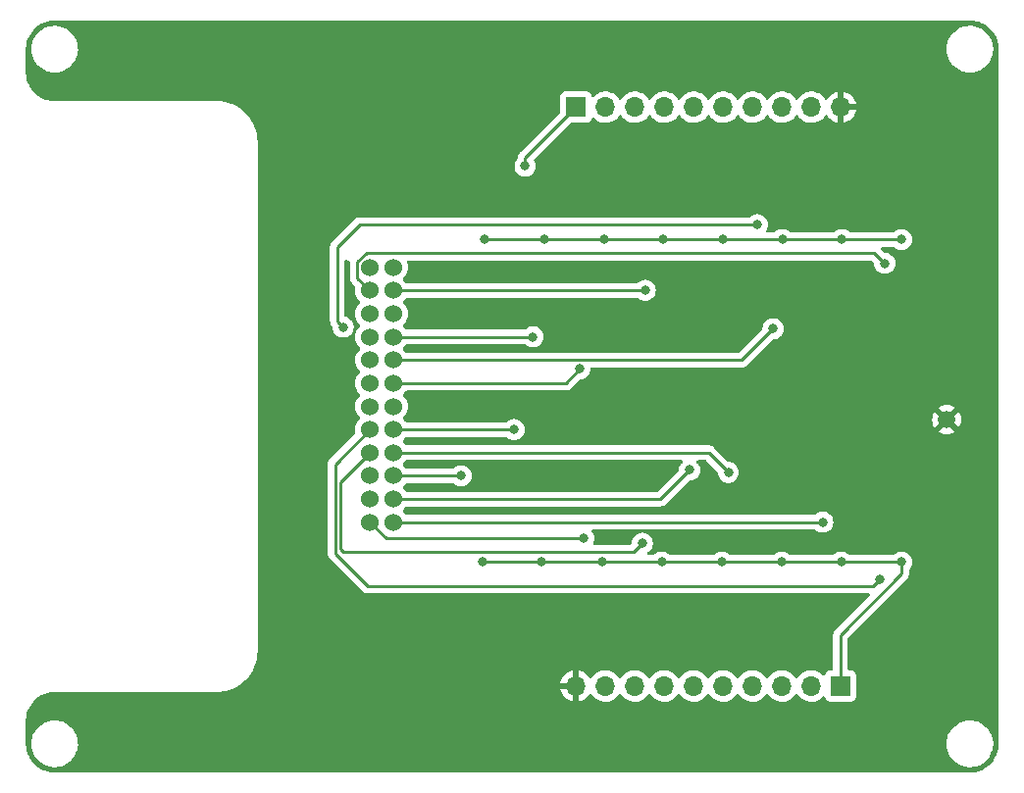
<source format=gbl>
%TF.GenerationSoftware,KiCad,Pcbnew,(6.0.11)*%
%TF.CreationDate,2023-02-06T09:39:54-06:00*%
%TF.ProjectId,BPS-MinionShield,4250532d-4d69-46e6-996f-6e536869656c,rev?*%
%TF.SameCoordinates,Original*%
%TF.FileFunction,Copper,L2,Bot*%
%TF.FilePolarity,Positive*%
%FSLAX46Y46*%
G04 Gerber Fmt 4.6, Leading zero omitted, Abs format (unit mm)*
G04 Created by KiCad (PCBNEW (6.0.11)) date 2023-02-06 09:39:54*
%MOMM*%
%LPD*%
G01*
G04 APERTURE LIST*
%TA.AperFunction,ComponentPad*%
%ADD10R,1.700000X1.700000*%
%TD*%
%TA.AperFunction,ComponentPad*%
%ADD11O,1.700000X1.700000*%
%TD*%
%TA.AperFunction,ComponentPad*%
%ADD12C,1.500000*%
%TD*%
%TA.AperFunction,ComponentPad*%
%ADD13C,1.524000*%
%TD*%
%TA.AperFunction,ViaPad*%
%ADD14C,0.800000*%
%TD*%
%TA.AperFunction,Conductor*%
%ADD15C,0.250000*%
%TD*%
G04 APERTURE END LIST*
D10*
X148000000Y-78000000D03*
D11*
X150540000Y-78000000D03*
X153080000Y-78000000D03*
X155620000Y-78000000D03*
X158160000Y-78000000D03*
X160700000Y-78000000D03*
X163240000Y-78000000D03*
X165780000Y-78000000D03*
X168320000Y-78000000D03*
X170860000Y-78000000D03*
D10*
X170830000Y-128000000D03*
D11*
X168290000Y-128000000D03*
X165750000Y-128000000D03*
X163210000Y-128000000D03*
X160670000Y-128000000D03*
X158130000Y-128000000D03*
X155590000Y-128000000D03*
X153050000Y-128000000D03*
X150510000Y-128000000D03*
X147970000Y-128000000D03*
D12*
X180000000Y-105000000D03*
D13*
X132210000Y-91850000D03*
X130210000Y-91850000D03*
X132210000Y-93850000D03*
X130210000Y-93850000D03*
X132210000Y-95850000D03*
X130210000Y-95850000D03*
X132210000Y-97850000D03*
X130210000Y-97850000D03*
X132210000Y-99850000D03*
X130210000Y-99850000D03*
X132210000Y-101850000D03*
X130210000Y-101850000D03*
X132210000Y-103850000D03*
X130210000Y-103850000D03*
X132210000Y-105850000D03*
X130210000Y-105850000D03*
X132210000Y-107850000D03*
X130210000Y-107850000D03*
X132210000Y-109850000D03*
X130210000Y-109850000D03*
X132210000Y-111850000D03*
X130210000Y-111850000D03*
X132210000Y-113850000D03*
X130210000Y-113850000D03*
D14*
X139950000Y-117300000D03*
X170950000Y-89450000D03*
X160650000Y-89450000D03*
X176085716Y-89450000D03*
X176100000Y-117300000D03*
X145271430Y-89450000D03*
X165800000Y-89450000D03*
X155400000Y-117300000D03*
X165750000Y-117300000D03*
X143600000Y-83100000D03*
X145050000Y-117300000D03*
X170900000Y-117300000D03*
X155550000Y-89450000D03*
X160600000Y-117300000D03*
X150250000Y-117300000D03*
X140135716Y-89450000D03*
X150400000Y-89450000D03*
X165000000Y-105000000D03*
X137240000Y-103850000D03*
X125000000Y-85000000D03*
X170000000Y-105000000D03*
X175000000Y-130000000D03*
X137270000Y-91840000D03*
X178130000Y-82430000D03*
X140000000Y-75000000D03*
X175000000Y-105000000D03*
X147320000Y-82460000D03*
X155000000Y-95000000D03*
X170000000Y-75000000D03*
X167760000Y-123980000D03*
X152250000Y-123980000D03*
X165000000Y-95000000D03*
X140000000Y-110000000D03*
X142200000Y-82460000D03*
X125000000Y-115000000D03*
X135000000Y-85000000D03*
X135000000Y-95000000D03*
X157600000Y-82490000D03*
X150000000Y-75000000D03*
X155000000Y-110000000D03*
X175000000Y-135000000D03*
X145000000Y-135000000D03*
X155000000Y-135000000D03*
X125000000Y-135000000D03*
X180000000Y-85000000D03*
X173000000Y-82390000D03*
X162580000Y-123990000D03*
X162730000Y-82490000D03*
X152450000Y-82430000D03*
X160000000Y-75000000D03*
X170000000Y-100000000D03*
X165000000Y-110000000D03*
X141880000Y-124000000D03*
X157430000Y-123980000D03*
X125000000Y-95000000D03*
X125000000Y-125000000D03*
X175000000Y-95000000D03*
X125000000Y-105000000D03*
X147080000Y-124000000D03*
X165000000Y-135000000D03*
X165000000Y-100000000D03*
X155000000Y-105000000D03*
X172930000Y-124000000D03*
X135000000Y-135000000D03*
X145000000Y-105000000D03*
X170000000Y-110000000D03*
X167870000Y-82500000D03*
X150000000Y-110000000D03*
X180000000Y-115000000D03*
X175000000Y-100000000D03*
X120000000Y-75000000D03*
X135000000Y-125000000D03*
X178100000Y-123990000D03*
X175000000Y-110000000D03*
X180000000Y-110000000D03*
X180000000Y-120000000D03*
X150000000Y-105000000D03*
X180000000Y-125000000D03*
X110000000Y-75000000D03*
X130000000Y-75000000D03*
X145000000Y-95000000D03*
X174200000Y-118770000D03*
X169300000Y-113850000D03*
X161150000Y-109550000D03*
X144285712Y-97850000D03*
X153725000Y-115675000D03*
X148650000Y-115250000D03*
X142650000Y-105850000D03*
X138069500Y-109850000D03*
X148350000Y-100600000D03*
X153975000Y-93825000D03*
X157800000Y-109350000D03*
X127900000Y-97000000D03*
X163650000Y-88150000D03*
X165010000Y-97140000D03*
X174650000Y-91500000D03*
D15*
X170830000Y-123580000D02*
X170830000Y-128000000D01*
X176100000Y-118310000D02*
X170830000Y-123580000D01*
X150250000Y-117300000D02*
X145050000Y-117300000D01*
X145050000Y-117300000D02*
X139950000Y-117300000D01*
X165750000Y-117300000D02*
X160600000Y-117300000D01*
X160600000Y-117300000D02*
X155400000Y-117300000D01*
X170900000Y-117300000D02*
X165750000Y-117300000D01*
X176100000Y-117300000D02*
X170900000Y-117300000D01*
X165800000Y-89450000D02*
X170950000Y-89450000D01*
X176100000Y-117300000D02*
X176100000Y-118310000D01*
X155400000Y-117300000D02*
X150250000Y-117300000D01*
X160650000Y-89450000D02*
X165800000Y-89450000D01*
X140135716Y-89450000D02*
X150400000Y-89450000D01*
X150400000Y-89450000D02*
X155550000Y-89450000D01*
X170950000Y-89450000D02*
X176085716Y-89450000D01*
X148000000Y-78000000D02*
X143600000Y-82400000D01*
X155550000Y-89450000D02*
X160650000Y-89450000D01*
X143600000Y-82400000D02*
X143600000Y-83100000D01*
X130000000Y-119350000D02*
X127200000Y-116550000D01*
X173620000Y-119350000D02*
X130000000Y-119350000D01*
X127200000Y-108860000D02*
X130210000Y-105850000D01*
X174200000Y-118770000D02*
X173620000Y-119350000D01*
X127200000Y-116550000D02*
X127200000Y-108860000D01*
X132210000Y-113850000D02*
X169300000Y-113850000D01*
X132210000Y-107850000D02*
X159450000Y-107850000D01*
X159450000Y-107850000D02*
X161150000Y-109550000D01*
X132210000Y-97850000D02*
X144285712Y-97850000D01*
X127950000Y-116450000D02*
X152950000Y-116450000D01*
X130210000Y-107850000D02*
X127650000Y-110410000D01*
X152950000Y-116450000D02*
X153725000Y-115675000D01*
X127650000Y-116150000D02*
X127950000Y-116450000D01*
X127650000Y-110410000D02*
X127650000Y-116150000D01*
X130210000Y-113850000D02*
X131610000Y-115250000D01*
X131610000Y-115250000D02*
X148650000Y-115250000D01*
X142650000Y-105850000D02*
X132210000Y-105850000D01*
X138069500Y-109850000D02*
X132210000Y-109850000D01*
X147100000Y-101850000D02*
X148350000Y-100600000D01*
X132210000Y-101850000D02*
X147100000Y-101850000D01*
X153950000Y-93850000D02*
X153975000Y-93825000D01*
X132210000Y-93850000D02*
X153950000Y-93850000D01*
X132210000Y-111850000D02*
X155300000Y-111850000D01*
X155300000Y-111850000D02*
X157800000Y-109350000D01*
X127400000Y-90100000D02*
X127400000Y-96500000D01*
X163650000Y-88150000D02*
X129350000Y-88150000D01*
X129350000Y-88150000D02*
X127400000Y-90100000D01*
X127400000Y-96500000D02*
X127900000Y-97000000D01*
X162300000Y-99850000D02*
X165010000Y-97140000D01*
X132210000Y-99850000D02*
X162300000Y-99850000D01*
X174650000Y-91500000D02*
X173750000Y-90600000D01*
X129123000Y-92763000D02*
X130210000Y-93850000D01*
X173750000Y-90600000D02*
X129922749Y-90600000D01*
X129922749Y-90600000D02*
X129123000Y-91399749D01*
X129123000Y-91399749D02*
X129123000Y-92763000D01*
%TA.AperFunction,Conductor*%
G36*
X181970018Y-70510000D02*
G01*
X181984851Y-70512310D01*
X181984855Y-70512310D01*
X181993724Y-70513691D01*
X182011398Y-70511380D01*
X182035012Y-70510527D01*
X182252585Y-70523126D01*
X182280709Y-70524755D01*
X182295179Y-70526436D01*
X182564960Y-70573725D01*
X182579140Y-70577066D01*
X182841648Y-70655175D01*
X182855348Y-70660130D01*
X183107090Y-70768019D01*
X183120121Y-70774520D01*
X183357733Y-70910748D01*
X183369932Y-70918712D01*
X183590226Y-71081452D01*
X183601423Y-71090771D01*
X183801458Y-71277848D01*
X183811503Y-71288395D01*
X183949146Y-71450760D01*
X183988613Y-71497316D01*
X183997371Y-71508949D01*
X184091111Y-71649713D01*
X184149186Y-71736922D01*
X184156546Y-71749494D01*
X184281025Y-71993453D01*
X184286885Y-72006790D01*
X184382377Y-72263497D01*
X184386658Y-72277422D01*
X184451878Y-72543421D01*
X184454524Y-72557747D01*
X184488607Y-72829511D01*
X184489581Y-72844046D01*
X184491748Y-73082728D01*
X184489161Y-73109296D01*
X184487225Y-73118693D01*
X184487954Y-73127642D01*
X184491084Y-73166074D01*
X184491500Y-73176302D01*
X184491500Y-133084306D01*
X184489378Y-133104868D01*
X184489139Y-133108626D01*
X184487305Y-133117415D01*
X184488698Y-133135062D01*
X184488332Y-133158765D01*
X184482162Y-133214788D01*
X184461057Y-133406396D01*
X184458593Y-133420907D01*
X184396416Y-133690602D01*
X184392277Y-133704728D01*
X184299070Y-133965339D01*
X184293312Y-133978885D01*
X184170351Y-134226840D01*
X184163054Y-134239621D01*
X184029264Y-134445060D01*
X184012005Y-134471561D01*
X184003267Y-134483403D01*
X183867792Y-134646171D01*
X183826207Y-134696134D01*
X183816156Y-134706868D01*
X183615483Y-134897510D01*
X183604244Y-134907002D01*
X183382712Y-135072938D01*
X183370435Y-135081059D01*
X183131075Y-135220019D01*
X183117936Y-135226653D01*
X183044280Y-135258588D01*
X182863997Y-135336753D01*
X182850176Y-135341808D01*
X182778310Y-135363428D01*
X182585129Y-135421543D01*
X182570821Y-135424950D01*
X182484483Y-135440245D01*
X182298285Y-135473229D01*
X182283667Y-135474946D01*
X182159270Y-135482225D01*
X182042436Y-135489061D01*
X182015692Y-135487775D01*
X182015529Y-135487750D01*
X182015148Y-135487690D01*
X182015146Y-135487690D01*
X182006276Y-135486309D01*
X181997374Y-135487473D01*
X181997372Y-135487473D01*
X181982707Y-135489391D01*
X181974714Y-135490436D01*
X181958379Y-135491500D01*
X103049367Y-135491500D01*
X103029982Y-135490000D01*
X103015149Y-135487690D01*
X103015145Y-135487690D01*
X103006276Y-135486309D01*
X102989077Y-135488558D01*
X102965137Y-135489391D01*
X102707290Y-135473794D01*
X102692186Y-135471960D01*
X102620214Y-135458771D01*
X102411240Y-135420475D01*
X102396473Y-135416836D01*
X102123769Y-135331858D01*
X102109555Y-135326466D01*
X101849092Y-135209242D01*
X101835621Y-135202172D01*
X101591187Y-135054405D01*
X101578666Y-135045762D01*
X101353829Y-134869615D01*
X101342440Y-134859525D01*
X101140475Y-134657560D01*
X101130385Y-134646171D01*
X100954238Y-134421334D01*
X100945595Y-134408813D01*
X100797828Y-134164379D01*
X100790757Y-134150906D01*
X100779495Y-134125882D01*
X100673534Y-133890445D01*
X100668141Y-133876227D01*
X100612537Y-133697786D01*
X100583164Y-133603526D01*
X100579523Y-133588754D01*
X100528040Y-133307814D01*
X100526206Y-133292710D01*
X100511269Y-133045768D01*
X100512520Y-133022216D01*
X100512334Y-133022199D01*
X100512769Y-133017350D01*
X100513576Y-133012552D01*
X100513729Y-133000000D01*
X100509773Y-132972376D01*
X100508500Y-132954514D01*
X100508500Y-132929733D01*
X100987822Y-132929733D01*
X100987975Y-132934121D01*
X100987975Y-132934127D01*
X100996433Y-133176320D01*
X100997625Y-133210458D01*
X100998387Y-133214781D01*
X100998388Y-133214788D01*
X101022164Y-133349624D01*
X101046402Y-133487087D01*
X101133203Y-133754235D01*
X101256340Y-134006702D01*
X101258795Y-134010341D01*
X101258798Y-134010347D01*
X101331890Y-134118710D01*
X101413415Y-134239576D01*
X101601371Y-134448322D01*
X101816550Y-134628879D01*
X102054764Y-134777731D01*
X102311375Y-134891982D01*
X102581390Y-134969407D01*
X102585740Y-134970018D01*
X102585743Y-134970019D01*
X102688690Y-134984487D01*
X102859552Y-135008500D01*
X103070146Y-135008500D01*
X103072332Y-135008347D01*
X103072336Y-135008347D01*
X103275827Y-134994118D01*
X103275832Y-134994117D01*
X103280212Y-134993811D01*
X103554970Y-134935409D01*
X103559099Y-134933906D01*
X103559103Y-134933905D01*
X103814781Y-134840846D01*
X103814785Y-134840844D01*
X103818926Y-134839337D01*
X104066942Y-134707464D01*
X104074738Y-134701800D01*
X104290629Y-134544947D01*
X104290632Y-134544944D01*
X104294192Y-134542358D01*
X104367505Y-134471561D01*
X104493087Y-134350287D01*
X104496252Y-134347231D01*
X104669188Y-134125882D01*
X104671384Y-134122078D01*
X104671389Y-134122071D01*
X104807435Y-133886431D01*
X104809636Y-133882619D01*
X104914862Y-133622176D01*
X104948544Y-133487087D01*
X104981753Y-133353893D01*
X104981754Y-133353888D01*
X104982817Y-133349624D01*
X104987212Y-133307814D01*
X105011719Y-133074636D01*
X105011719Y-133074633D01*
X105012178Y-133070267D01*
X105012025Y-133065873D01*
X105007271Y-132929733D01*
X179987822Y-132929733D01*
X179987975Y-132934121D01*
X179987975Y-132934127D01*
X179996433Y-133176320D01*
X179997625Y-133210458D01*
X179998387Y-133214781D01*
X179998388Y-133214788D01*
X180022164Y-133349624D01*
X180046402Y-133487087D01*
X180133203Y-133754235D01*
X180256340Y-134006702D01*
X180258795Y-134010341D01*
X180258798Y-134010347D01*
X180331890Y-134118710D01*
X180413415Y-134239576D01*
X180601371Y-134448322D01*
X180816550Y-134628879D01*
X181054764Y-134777731D01*
X181311375Y-134891982D01*
X181581390Y-134969407D01*
X181585740Y-134970018D01*
X181585743Y-134970019D01*
X181688690Y-134984487D01*
X181859552Y-135008500D01*
X182070146Y-135008500D01*
X182072332Y-135008347D01*
X182072336Y-135008347D01*
X182275827Y-134994118D01*
X182275832Y-134994117D01*
X182280212Y-134993811D01*
X182554970Y-134935409D01*
X182559099Y-134933906D01*
X182559103Y-134933905D01*
X182814781Y-134840846D01*
X182814785Y-134840844D01*
X182818926Y-134839337D01*
X183066942Y-134707464D01*
X183074738Y-134701800D01*
X183290629Y-134544947D01*
X183290632Y-134544944D01*
X183294192Y-134542358D01*
X183367505Y-134471561D01*
X183493087Y-134350287D01*
X183496252Y-134347231D01*
X183669188Y-134125882D01*
X183671384Y-134122078D01*
X183671389Y-134122071D01*
X183807435Y-133886431D01*
X183809636Y-133882619D01*
X183914862Y-133622176D01*
X183948544Y-133487087D01*
X183981753Y-133353893D01*
X183981754Y-133353888D01*
X183982817Y-133349624D01*
X183987212Y-133307814D01*
X184011719Y-133074636D01*
X184011719Y-133074633D01*
X184012178Y-133070267D01*
X184012025Y-133065873D01*
X184002529Y-132793939D01*
X184002528Y-132793933D01*
X184002375Y-132789542D01*
X183978608Y-132654749D01*
X183954360Y-132517236D01*
X183953598Y-132512913D01*
X183866797Y-132245765D01*
X183743660Y-131993298D01*
X183741205Y-131989659D01*
X183741202Y-131989653D01*
X183660935Y-131870653D01*
X183586585Y-131760424D01*
X183398629Y-131551678D01*
X183183450Y-131371121D01*
X182945236Y-131222269D01*
X182688625Y-131108018D01*
X182460913Y-131042723D01*
X182422837Y-131031805D01*
X182422836Y-131031805D01*
X182418610Y-131030593D01*
X182414260Y-131029982D01*
X182414257Y-131029981D01*
X182290241Y-131012552D01*
X182140448Y-130991500D01*
X181929854Y-130991500D01*
X181927668Y-130991653D01*
X181927664Y-130991653D01*
X181724173Y-131005882D01*
X181724168Y-131005883D01*
X181719788Y-131006189D01*
X181445030Y-131064591D01*
X181440901Y-131066094D01*
X181440897Y-131066095D01*
X181185219Y-131159154D01*
X181185215Y-131159156D01*
X181181074Y-131160663D01*
X180933058Y-131292536D01*
X180929499Y-131295122D01*
X180929497Y-131295123D01*
X180824895Y-131371121D01*
X180705808Y-131457642D01*
X180503748Y-131652769D01*
X180330812Y-131874118D01*
X180328616Y-131877922D01*
X180328611Y-131877929D01*
X180214794Y-132075067D01*
X180190364Y-132117381D01*
X180085138Y-132377824D01*
X180084073Y-132382097D01*
X180084072Y-132382099D01*
X180050379Y-132517236D01*
X180017183Y-132650376D01*
X179987822Y-132929733D01*
X105007271Y-132929733D01*
X105002529Y-132793939D01*
X105002528Y-132793933D01*
X105002375Y-132789542D01*
X104978608Y-132654749D01*
X104954360Y-132517236D01*
X104953598Y-132512913D01*
X104866797Y-132245765D01*
X104743660Y-131993298D01*
X104741205Y-131989659D01*
X104741202Y-131989653D01*
X104660935Y-131870653D01*
X104586585Y-131760424D01*
X104398629Y-131551678D01*
X104183450Y-131371121D01*
X103945236Y-131222269D01*
X103688625Y-131108018D01*
X103460913Y-131042723D01*
X103422837Y-131031805D01*
X103422836Y-131031805D01*
X103418610Y-131030593D01*
X103414260Y-131029982D01*
X103414257Y-131029981D01*
X103290241Y-131012552D01*
X103140448Y-130991500D01*
X102929854Y-130991500D01*
X102927668Y-130991653D01*
X102927664Y-130991653D01*
X102724173Y-131005882D01*
X102724168Y-131005883D01*
X102719788Y-131006189D01*
X102445030Y-131064591D01*
X102440901Y-131066094D01*
X102440897Y-131066095D01*
X102185219Y-131159154D01*
X102185215Y-131159156D01*
X102181074Y-131160663D01*
X101933058Y-131292536D01*
X101929499Y-131295122D01*
X101929497Y-131295123D01*
X101824895Y-131371121D01*
X101705808Y-131457642D01*
X101503748Y-131652769D01*
X101330812Y-131874118D01*
X101328616Y-131877922D01*
X101328611Y-131877929D01*
X101214794Y-132075067D01*
X101190364Y-132117381D01*
X101085138Y-132377824D01*
X101084073Y-132382097D01*
X101084072Y-132382099D01*
X101050379Y-132517236D01*
X101017183Y-132650376D01*
X100987822Y-132929733D01*
X100508500Y-132929733D01*
X100508500Y-131053250D01*
X100510246Y-131032345D01*
X100512770Y-131017344D01*
X100512770Y-131017341D01*
X100513576Y-131012552D01*
X100513729Y-131000000D01*
X100513040Y-130995186D01*
X100513039Y-130995177D01*
X100511869Y-130987006D01*
X100510827Y-130961540D01*
X100526206Y-130707290D01*
X100528040Y-130692186D01*
X100579523Y-130411246D01*
X100583164Y-130396473D01*
X100668141Y-130123773D01*
X100673534Y-130109555D01*
X100790758Y-129849092D01*
X100797828Y-129835621D01*
X100945595Y-129591187D01*
X100954238Y-129578666D01*
X101130385Y-129353829D01*
X101140475Y-129342440D01*
X101342440Y-129140475D01*
X101353829Y-129130385D01*
X101578666Y-128954238D01*
X101591187Y-128945595D01*
X101835621Y-128797828D01*
X101849094Y-128790757D01*
X101891777Y-128771547D01*
X102109555Y-128673534D01*
X102123769Y-128668142D01*
X102396474Y-128583164D01*
X102411240Y-128579525D01*
X102620214Y-128541229D01*
X102692186Y-128528040D01*
X102707290Y-128526206D01*
X102957904Y-128511047D01*
X102984716Y-128512308D01*
X102984852Y-128512310D01*
X102993724Y-128513691D01*
X103002626Y-128512527D01*
X103002628Y-128512527D01*
X103017677Y-128510559D01*
X103025286Y-128509564D01*
X103041621Y-128508500D01*
X116946750Y-128508500D01*
X116967655Y-128510246D01*
X116982656Y-128512770D01*
X116982659Y-128512770D01*
X116987448Y-128513576D01*
X116993525Y-128513650D01*
X116995135Y-128513670D01*
X116995139Y-128513670D01*
X117000000Y-128513729D01*
X117004821Y-128513039D01*
X117004847Y-128513037D01*
X117016477Y-128511922D01*
X117341218Y-128495968D01*
X117341222Y-128495968D01*
X117344308Y-128495816D01*
X117453548Y-128479612D01*
X117682234Y-128445690D01*
X117682238Y-128445689D01*
X117685300Y-128445235D01*
X117688299Y-128444484D01*
X117688303Y-128444483D01*
X117856123Y-128402446D01*
X118019692Y-128361474D01*
X118022589Y-128360437D01*
X118022597Y-128360435D01*
X118234478Y-128284622D01*
X118281028Y-128267966D01*
X146638257Y-128267966D01*
X146668565Y-128402446D01*
X146671645Y-128412275D01*
X146751770Y-128609603D01*
X146756413Y-128618794D01*
X146867694Y-128800388D01*
X146873777Y-128808699D01*
X147013213Y-128969667D01*
X147020580Y-128976883D01*
X147184434Y-129112916D01*
X147192881Y-129118831D01*
X147376756Y-129226279D01*
X147386042Y-129230729D01*
X147585001Y-129306703D01*
X147594899Y-129309579D01*
X147698250Y-129330606D01*
X147712299Y-129329410D01*
X147716000Y-129319065D01*
X147716000Y-128272115D01*
X147711525Y-128256876D01*
X147710135Y-128255671D01*
X147702452Y-128254000D01*
X146653225Y-128254000D01*
X146639694Y-128257973D01*
X146638257Y-128267966D01*
X118281028Y-128267966D01*
X118344264Y-128245340D01*
X118655890Y-128097952D01*
X118687057Y-128079271D01*
X118948919Y-127922318D01*
X118948928Y-127922312D01*
X118951569Y-127920729D01*
X118976757Y-127902048D01*
X119203098Y-127734183D01*
X146634389Y-127734183D01*
X146635912Y-127742607D01*
X146648292Y-127746000D01*
X147697885Y-127746000D01*
X147713124Y-127741525D01*
X147714329Y-127740135D01*
X147716000Y-127732452D01*
X147716000Y-126683102D01*
X147712082Y-126669758D01*
X147697806Y-126667771D01*
X147659324Y-126673660D01*
X147649288Y-126676051D01*
X147446868Y-126742212D01*
X147437359Y-126746209D01*
X147248463Y-126844542D01*
X147239738Y-126850036D01*
X147069433Y-126977905D01*
X147061726Y-126984748D01*
X146914590Y-127138717D01*
X146908104Y-127146727D01*
X146788098Y-127322649D01*
X146783000Y-127331623D01*
X146693338Y-127524783D01*
X146689775Y-127534470D01*
X146634389Y-127734183D01*
X119203098Y-127734183D01*
X119225963Y-127717225D01*
X119225967Y-127717222D01*
X119228453Y-127715378D01*
X119483876Y-127483876D01*
X119715378Y-127228453D01*
X119776225Y-127146411D01*
X119918886Y-126954054D01*
X119920729Y-126951569D01*
X119922312Y-126948928D01*
X119922318Y-126948919D01*
X120096369Y-126658531D01*
X120097952Y-126655890D01*
X120099712Y-126652170D01*
X120244019Y-126347056D01*
X120245340Y-126344264D01*
X120361474Y-126019692D01*
X120445235Y-125685300D01*
X120458444Y-125596255D01*
X120495362Y-125347368D01*
X120495816Y-125344308D01*
X120511148Y-125032234D01*
X120512741Y-125017520D01*
X120512768Y-125017359D01*
X120512769Y-125017352D01*
X120513576Y-125012552D01*
X120513729Y-125000000D01*
X120509773Y-124972376D01*
X120508500Y-124954514D01*
X120508500Y-108839943D01*
X126561780Y-108839943D01*
X126562526Y-108847835D01*
X126565941Y-108883961D01*
X126566500Y-108895819D01*
X126566500Y-116471233D01*
X126565973Y-116482416D01*
X126564298Y-116489909D01*
X126564547Y-116497835D01*
X126564547Y-116497836D01*
X126566438Y-116557986D01*
X126566500Y-116561945D01*
X126566500Y-116589856D01*
X126566997Y-116593790D01*
X126566997Y-116593791D01*
X126567005Y-116593856D01*
X126567938Y-116605693D01*
X126569327Y-116649889D01*
X126574153Y-116666500D01*
X126574978Y-116669339D01*
X126578987Y-116688700D01*
X126581526Y-116708797D01*
X126584445Y-116716168D01*
X126584445Y-116716170D01*
X126597804Y-116749912D01*
X126601649Y-116761142D01*
X126613982Y-116803593D01*
X126618015Y-116810412D01*
X126618017Y-116810417D01*
X126624293Y-116821028D01*
X126632988Y-116838776D01*
X126640448Y-116857617D01*
X126645110Y-116864033D01*
X126645110Y-116864034D01*
X126666436Y-116893387D01*
X126672952Y-116903307D01*
X126684434Y-116922721D01*
X126695458Y-116941362D01*
X126709779Y-116955683D01*
X126722619Y-116970716D01*
X126734528Y-116987107D01*
X126740634Y-116992158D01*
X126768605Y-117015298D01*
X126777384Y-117023288D01*
X129496348Y-119742253D01*
X129503888Y-119750539D01*
X129508000Y-119757018D01*
X129513777Y-119762443D01*
X129557651Y-119803643D01*
X129560493Y-119806398D01*
X129580230Y-119826135D01*
X129583427Y-119828615D01*
X129592447Y-119836318D01*
X129624679Y-119866586D01*
X129631625Y-119870405D01*
X129631628Y-119870407D01*
X129642434Y-119876348D01*
X129658953Y-119887199D01*
X129674959Y-119899614D01*
X129682228Y-119902759D01*
X129682232Y-119902762D01*
X129715537Y-119917174D01*
X129726187Y-119922391D01*
X129764940Y-119943695D01*
X129772615Y-119945666D01*
X129772616Y-119945666D01*
X129784562Y-119948733D01*
X129803267Y-119955137D01*
X129821855Y-119963181D01*
X129829678Y-119964420D01*
X129829688Y-119964423D01*
X129865524Y-119970099D01*
X129877144Y-119972505D01*
X129912289Y-119981528D01*
X129919970Y-119983500D01*
X129940224Y-119983500D01*
X129959934Y-119985051D01*
X129979943Y-119988220D01*
X129987835Y-119987474D01*
X130023961Y-119984059D01*
X130035819Y-119983500D01*
X173226405Y-119983500D01*
X173294526Y-120003502D01*
X173341019Y-120057158D01*
X173351123Y-120127432D01*
X173321629Y-120192012D01*
X173315500Y-120198595D01*
X170437747Y-123076348D01*
X170429461Y-123083888D01*
X170422982Y-123088000D01*
X170417557Y-123093777D01*
X170376357Y-123137651D01*
X170373602Y-123140493D01*
X170353865Y-123160230D01*
X170351385Y-123163427D01*
X170343682Y-123172447D01*
X170313414Y-123204679D01*
X170309595Y-123211625D01*
X170309593Y-123211628D01*
X170303652Y-123222434D01*
X170292801Y-123238953D01*
X170280386Y-123254959D01*
X170277241Y-123262228D01*
X170277238Y-123262232D01*
X170262826Y-123295537D01*
X170257609Y-123306187D01*
X170236305Y-123344940D01*
X170234334Y-123352615D01*
X170234334Y-123352616D01*
X170231267Y-123364562D01*
X170224863Y-123383266D01*
X170216819Y-123401855D01*
X170215580Y-123409678D01*
X170215577Y-123409688D01*
X170209901Y-123445524D01*
X170207495Y-123457144D01*
X170196500Y-123499970D01*
X170196500Y-123520224D01*
X170194949Y-123539934D01*
X170191780Y-123559943D01*
X170192526Y-123567835D01*
X170195941Y-123603961D01*
X170196500Y-123615819D01*
X170196500Y-126515500D01*
X170176498Y-126583621D01*
X170122842Y-126630114D01*
X170070500Y-126641500D01*
X169931866Y-126641500D01*
X169869684Y-126648255D01*
X169733295Y-126699385D01*
X169616739Y-126786739D01*
X169529385Y-126903295D01*
X169526233Y-126911703D01*
X169484919Y-127021907D01*
X169442277Y-127078671D01*
X169375716Y-127103371D01*
X169306367Y-127088163D01*
X169273743Y-127062476D01*
X169223151Y-127006875D01*
X169223142Y-127006866D01*
X169219670Y-127003051D01*
X169215619Y-126999852D01*
X169215615Y-126999848D01*
X169048414Y-126867800D01*
X169048410Y-126867798D01*
X169044359Y-126864598D01*
X169008028Y-126844542D01*
X168992136Y-126835769D01*
X168848789Y-126756638D01*
X168843920Y-126754914D01*
X168843916Y-126754912D01*
X168643087Y-126683795D01*
X168643083Y-126683794D01*
X168638212Y-126682069D01*
X168633119Y-126681162D01*
X168633116Y-126681161D01*
X168423373Y-126643800D01*
X168423367Y-126643799D01*
X168418284Y-126642894D01*
X168344452Y-126641992D01*
X168200081Y-126640228D01*
X168200079Y-126640228D01*
X168194911Y-126640165D01*
X167974091Y-126673955D01*
X167761756Y-126743357D01*
X167563607Y-126846507D01*
X167559474Y-126849610D01*
X167559471Y-126849612D01*
X167389100Y-126977530D01*
X167384965Y-126980635D01*
X167359541Y-127007240D01*
X167291280Y-127078671D01*
X167230629Y-127142138D01*
X167123201Y-127299621D01*
X167068293Y-127344621D01*
X166997768Y-127352792D01*
X166934021Y-127321538D01*
X166913324Y-127297054D01*
X166832822Y-127172617D01*
X166832820Y-127172614D01*
X166830014Y-127168277D01*
X166679670Y-127003051D01*
X166675619Y-126999852D01*
X166675615Y-126999848D01*
X166508414Y-126867800D01*
X166508410Y-126867798D01*
X166504359Y-126864598D01*
X166468028Y-126844542D01*
X166452136Y-126835769D01*
X166308789Y-126756638D01*
X166303920Y-126754914D01*
X166303916Y-126754912D01*
X166103087Y-126683795D01*
X166103083Y-126683794D01*
X166098212Y-126682069D01*
X166093119Y-126681162D01*
X166093116Y-126681161D01*
X165883373Y-126643800D01*
X165883367Y-126643799D01*
X165878284Y-126642894D01*
X165804452Y-126641992D01*
X165660081Y-126640228D01*
X165660079Y-126640228D01*
X165654911Y-126640165D01*
X165434091Y-126673955D01*
X165221756Y-126743357D01*
X165023607Y-126846507D01*
X165019474Y-126849610D01*
X165019471Y-126849612D01*
X164849100Y-126977530D01*
X164844965Y-126980635D01*
X164819541Y-127007240D01*
X164751280Y-127078671D01*
X164690629Y-127142138D01*
X164583201Y-127299621D01*
X164528293Y-127344621D01*
X164457768Y-127352792D01*
X164394021Y-127321538D01*
X164373324Y-127297054D01*
X164292822Y-127172617D01*
X164292820Y-127172614D01*
X164290014Y-127168277D01*
X164139670Y-127003051D01*
X164135619Y-126999852D01*
X164135615Y-126999848D01*
X163968414Y-126867800D01*
X163968410Y-126867798D01*
X163964359Y-126864598D01*
X163928028Y-126844542D01*
X163912136Y-126835769D01*
X163768789Y-126756638D01*
X163763920Y-126754914D01*
X163763916Y-126754912D01*
X163563087Y-126683795D01*
X163563083Y-126683794D01*
X163558212Y-126682069D01*
X163553119Y-126681162D01*
X163553116Y-126681161D01*
X163343373Y-126643800D01*
X163343367Y-126643799D01*
X163338284Y-126642894D01*
X163264452Y-126641992D01*
X163120081Y-126640228D01*
X163120079Y-126640228D01*
X163114911Y-126640165D01*
X162894091Y-126673955D01*
X162681756Y-126743357D01*
X162483607Y-126846507D01*
X162479474Y-126849610D01*
X162479471Y-126849612D01*
X162309100Y-126977530D01*
X162304965Y-126980635D01*
X162279541Y-127007240D01*
X162211280Y-127078671D01*
X162150629Y-127142138D01*
X162043201Y-127299621D01*
X161988293Y-127344621D01*
X161917768Y-127352792D01*
X161854021Y-127321538D01*
X161833324Y-127297054D01*
X161752822Y-127172617D01*
X161752820Y-127172614D01*
X161750014Y-127168277D01*
X161599670Y-127003051D01*
X161595619Y-126999852D01*
X161595615Y-126999848D01*
X161428414Y-126867800D01*
X161428410Y-126867798D01*
X161424359Y-126864598D01*
X161388028Y-126844542D01*
X161372136Y-126835769D01*
X161228789Y-126756638D01*
X161223920Y-126754914D01*
X161223916Y-126754912D01*
X161023087Y-126683795D01*
X161023083Y-126683794D01*
X161018212Y-126682069D01*
X161013119Y-126681162D01*
X161013116Y-126681161D01*
X160803373Y-126643800D01*
X160803367Y-126643799D01*
X160798284Y-126642894D01*
X160724452Y-126641992D01*
X160580081Y-126640228D01*
X160580079Y-126640228D01*
X160574911Y-126640165D01*
X160354091Y-126673955D01*
X160141756Y-126743357D01*
X159943607Y-126846507D01*
X159939474Y-126849610D01*
X159939471Y-126849612D01*
X159769100Y-126977530D01*
X159764965Y-126980635D01*
X159739541Y-127007240D01*
X159671280Y-127078671D01*
X159610629Y-127142138D01*
X159503201Y-127299621D01*
X159448293Y-127344621D01*
X159377768Y-127352792D01*
X159314021Y-127321538D01*
X159293324Y-127297054D01*
X159212822Y-127172617D01*
X159212820Y-127172614D01*
X159210014Y-127168277D01*
X159059670Y-127003051D01*
X159055619Y-126999852D01*
X159055615Y-126999848D01*
X158888414Y-126867800D01*
X158888410Y-126867798D01*
X158884359Y-126864598D01*
X158848028Y-126844542D01*
X158832136Y-126835769D01*
X158688789Y-126756638D01*
X158683920Y-126754914D01*
X158683916Y-126754912D01*
X158483087Y-126683795D01*
X158483083Y-126683794D01*
X158478212Y-126682069D01*
X158473119Y-126681162D01*
X158473116Y-126681161D01*
X158263373Y-126643800D01*
X158263367Y-126643799D01*
X158258284Y-126642894D01*
X158184452Y-126641992D01*
X158040081Y-126640228D01*
X158040079Y-126640228D01*
X158034911Y-126640165D01*
X157814091Y-126673955D01*
X157601756Y-126743357D01*
X157403607Y-126846507D01*
X157399474Y-126849610D01*
X157399471Y-126849612D01*
X157229100Y-126977530D01*
X157224965Y-126980635D01*
X157199541Y-127007240D01*
X157131280Y-127078671D01*
X157070629Y-127142138D01*
X156963201Y-127299621D01*
X156908293Y-127344621D01*
X156837768Y-127352792D01*
X156774021Y-127321538D01*
X156753324Y-127297054D01*
X156672822Y-127172617D01*
X156672820Y-127172614D01*
X156670014Y-127168277D01*
X156519670Y-127003051D01*
X156515619Y-126999852D01*
X156515615Y-126999848D01*
X156348414Y-126867800D01*
X156348410Y-126867798D01*
X156344359Y-126864598D01*
X156308028Y-126844542D01*
X156292136Y-126835769D01*
X156148789Y-126756638D01*
X156143920Y-126754914D01*
X156143916Y-126754912D01*
X155943087Y-126683795D01*
X155943083Y-126683794D01*
X155938212Y-126682069D01*
X155933119Y-126681162D01*
X155933116Y-126681161D01*
X155723373Y-126643800D01*
X155723367Y-126643799D01*
X155718284Y-126642894D01*
X155644452Y-126641992D01*
X155500081Y-126640228D01*
X155500079Y-126640228D01*
X155494911Y-126640165D01*
X155274091Y-126673955D01*
X155061756Y-126743357D01*
X154863607Y-126846507D01*
X154859474Y-126849610D01*
X154859471Y-126849612D01*
X154689100Y-126977530D01*
X154684965Y-126980635D01*
X154659541Y-127007240D01*
X154591280Y-127078671D01*
X154530629Y-127142138D01*
X154423201Y-127299621D01*
X154368293Y-127344621D01*
X154297768Y-127352792D01*
X154234021Y-127321538D01*
X154213324Y-127297054D01*
X154132822Y-127172617D01*
X154132820Y-127172614D01*
X154130014Y-127168277D01*
X153979670Y-127003051D01*
X153975619Y-126999852D01*
X153975615Y-126999848D01*
X153808414Y-126867800D01*
X153808410Y-126867798D01*
X153804359Y-126864598D01*
X153768028Y-126844542D01*
X153752136Y-126835769D01*
X153608789Y-126756638D01*
X153603920Y-126754914D01*
X153603916Y-126754912D01*
X153403087Y-126683795D01*
X153403083Y-126683794D01*
X153398212Y-126682069D01*
X153393119Y-126681162D01*
X153393116Y-126681161D01*
X153183373Y-126643800D01*
X153183367Y-126643799D01*
X153178284Y-126642894D01*
X153104452Y-126641992D01*
X152960081Y-126640228D01*
X152960079Y-126640228D01*
X152954911Y-126640165D01*
X152734091Y-126673955D01*
X152521756Y-126743357D01*
X152323607Y-126846507D01*
X152319474Y-126849610D01*
X152319471Y-126849612D01*
X152149100Y-126977530D01*
X152144965Y-126980635D01*
X152119541Y-127007240D01*
X152051280Y-127078671D01*
X151990629Y-127142138D01*
X151883201Y-127299621D01*
X151828293Y-127344621D01*
X151757768Y-127352792D01*
X151694021Y-127321538D01*
X151673324Y-127297054D01*
X151592822Y-127172617D01*
X151592820Y-127172614D01*
X151590014Y-127168277D01*
X151439670Y-127003051D01*
X151435619Y-126999852D01*
X151435615Y-126999848D01*
X151268414Y-126867800D01*
X151268410Y-126867798D01*
X151264359Y-126864598D01*
X151228028Y-126844542D01*
X151212136Y-126835769D01*
X151068789Y-126756638D01*
X151063920Y-126754914D01*
X151063916Y-126754912D01*
X150863087Y-126683795D01*
X150863083Y-126683794D01*
X150858212Y-126682069D01*
X150853119Y-126681162D01*
X150853116Y-126681161D01*
X150643373Y-126643800D01*
X150643367Y-126643799D01*
X150638284Y-126642894D01*
X150564452Y-126641992D01*
X150420081Y-126640228D01*
X150420079Y-126640228D01*
X150414911Y-126640165D01*
X150194091Y-126673955D01*
X149981756Y-126743357D01*
X149783607Y-126846507D01*
X149779474Y-126849610D01*
X149779471Y-126849612D01*
X149609100Y-126977530D01*
X149604965Y-126980635D01*
X149579541Y-127007240D01*
X149511280Y-127078671D01*
X149450629Y-127142138D01*
X149447720Y-127146403D01*
X149447714Y-127146411D01*
X149435404Y-127164457D01*
X149343204Y-127299618D01*
X149342898Y-127300066D01*
X149287987Y-127345069D01*
X149217462Y-127353240D01*
X149153715Y-127321986D01*
X149133018Y-127297502D01*
X149052426Y-127172926D01*
X149046136Y-127164757D01*
X148902806Y-127007240D01*
X148895273Y-127000215D01*
X148728139Y-126868222D01*
X148719552Y-126862517D01*
X148533117Y-126759599D01*
X148523705Y-126755369D01*
X148322959Y-126684280D01*
X148312988Y-126681646D01*
X148241837Y-126668972D01*
X148228540Y-126670432D01*
X148224000Y-126684989D01*
X148224000Y-129318517D01*
X148228064Y-129332359D01*
X148241478Y-129334393D01*
X148248184Y-129333534D01*
X148258262Y-129331392D01*
X148462255Y-129270191D01*
X148471842Y-129266433D01*
X148663095Y-129172739D01*
X148671945Y-129167464D01*
X148845328Y-129043792D01*
X148853200Y-129037139D01*
X149004052Y-128886812D01*
X149010730Y-128878965D01*
X149138022Y-128701819D01*
X149139279Y-128702722D01*
X149186373Y-128659362D01*
X149256311Y-128647145D01*
X149321751Y-128674678D01*
X149349579Y-128706511D01*
X149409987Y-128805088D01*
X149556250Y-128973938D01*
X149728126Y-129116632D01*
X149921000Y-129229338D01*
X150129692Y-129309030D01*
X150134760Y-129310061D01*
X150134763Y-129310062D01*
X150229862Y-129329410D01*
X150348597Y-129353567D01*
X150353772Y-129353757D01*
X150353774Y-129353757D01*
X150566673Y-129361564D01*
X150566677Y-129361564D01*
X150571837Y-129361753D01*
X150576957Y-129361097D01*
X150576959Y-129361097D01*
X150788288Y-129334025D01*
X150788289Y-129334025D01*
X150793416Y-129333368D01*
X150798366Y-129331883D01*
X151002429Y-129270661D01*
X151002434Y-129270659D01*
X151007384Y-129269174D01*
X151207994Y-129170896D01*
X151389860Y-129041173D01*
X151548096Y-128883489D01*
X151678453Y-128702077D01*
X151679776Y-128703028D01*
X151726645Y-128659857D01*
X151796580Y-128647625D01*
X151862026Y-128675144D01*
X151889875Y-128706994D01*
X151949987Y-128805088D01*
X152096250Y-128973938D01*
X152268126Y-129116632D01*
X152461000Y-129229338D01*
X152669692Y-129309030D01*
X152674760Y-129310061D01*
X152674763Y-129310062D01*
X152769862Y-129329410D01*
X152888597Y-129353567D01*
X152893772Y-129353757D01*
X152893774Y-129353757D01*
X153106673Y-129361564D01*
X153106677Y-129361564D01*
X153111837Y-129361753D01*
X153116957Y-129361097D01*
X153116959Y-129361097D01*
X153328288Y-129334025D01*
X153328289Y-129334025D01*
X153333416Y-129333368D01*
X153338366Y-129331883D01*
X153542429Y-129270661D01*
X153542434Y-129270659D01*
X153547384Y-129269174D01*
X153747994Y-129170896D01*
X153929860Y-129041173D01*
X154088096Y-128883489D01*
X154218453Y-128702077D01*
X154219776Y-128703028D01*
X154266645Y-128659857D01*
X154336580Y-128647625D01*
X154402026Y-128675144D01*
X154429875Y-128706994D01*
X154489987Y-128805088D01*
X154636250Y-128973938D01*
X154808126Y-129116632D01*
X155001000Y-129229338D01*
X155209692Y-129309030D01*
X155214760Y-129310061D01*
X155214763Y-129310062D01*
X155309862Y-129329410D01*
X155428597Y-129353567D01*
X155433772Y-129353757D01*
X155433774Y-129353757D01*
X155646673Y-129361564D01*
X155646677Y-129361564D01*
X155651837Y-129361753D01*
X155656957Y-129361097D01*
X155656959Y-129361097D01*
X155868288Y-129334025D01*
X155868289Y-129334025D01*
X155873416Y-129333368D01*
X155878366Y-129331883D01*
X156082429Y-129270661D01*
X156082434Y-129270659D01*
X156087384Y-129269174D01*
X156287994Y-129170896D01*
X156469860Y-129041173D01*
X156628096Y-128883489D01*
X156758453Y-128702077D01*
X156759776Y-128703028D01*
X156806645Y-128659857D01*
X156876580Y-128647625D01*
X156942026Y-128675144D01*
X156969875Y-128706994D01*
X157029987Y-128805088D01*
X157176250Y-128973938D01*
X157348126Y-129116632D01*
X157541000Y-129229338D01*
X157749692Y-129309030D01*
X157754760Y-129310061D01*
X157754763Y-129310062D01*
X157849862Y-129329410D01*
X157968597Y-129353567D01*
X157973772Y-129353757D01*
X157973774Y-129353757D01*
X158186673Y-129361564D01*
X158186677Y-129361564D01*
X158191837Y-129361753D01*
X158196957Y-129361097D01*
X158196959Y-129361097D01*
X158408288Y-129334025D01*
X158408289Y-129334025D01*
X158413416Y-129333368D01*
X158418366Y-129331883D01*
X158622429Y-129270661D01*
X158622434Y-129270659D01*
X158627384Y-129269174D01*
X158827994Y-129170896D01*
X159009860Y-129041173D01*
X159168096Y-128883489D01*
X159298453Y-128702077D01*
X159299776Y-128703028D01*
X159346645Y-128659857D01*
X159416580Y-128647625D01*
X159482026Y-128675144D01*
X159509875Y-128706994D01*
X159569987Y-128805088D01*
X159716250Y-128973938D01*
X159888126Y-129116632D01*
X160081000Y-129229338D01*
X160289692Y-129309030D01*
X160294760Y-129310061D01*
X160294763Y-129310062D01*
X160389862Y-129329410D01*
X160508597Y-129353567D01*
X160513772Y-129353757D01*
X160513774Y-129353757D01*
X160726673Y-129361564D01*
X160726677Y-129361564D01*
X160731837Y-129361753D01*
X160736957Y-129361097D01*
X160736959Y-129361097D01*
X160948288Y-129334025D01*
X160948289Y-129334025D01*
X160953416Y-129333368D01*
X160958366Y-129331883D01*
X161162429Y-129270661D01*
X161162434Y-129270659D01*
X161167384Y-129269174D01*
X161367994Y-129170896D01*
X161549860Y-129041173D01*
X161708096Y-128883489D01*
X161838453Y-128702077D01*
X161839776Y-128703028D01*
X161886645Y-128659857D01*
X161956580Y-128647625D01*
X162022026Y-128675144D01*
X162049875Y-128706994D01*
X162109987Y-128805088D01*
X162256250Y-128973938D01*
X162428126Y-129116632D01*
X162621000Y-129229338D01*
X162829692Y-129309030D01*
X162834760Y-129310061D01*
X162834763Y-129310062D01*
X162929862Y-129329410D01*
X163048597Y-129353567D01*
X163053772Y-129353757D01*
X163053774Y-129353757D01*
X163266673Y-129361564D01*
X163266677Y-129361564D01*
X163271837Y-129361753D01*
X163276957Y-129361097D01*
X163276959Y-129361097D01*
X163488288Y-129334025D01*
X163488289Y-129334025D01*
X163493416Y-129333368D01*
X163498366Y-129331883D01*
X163702429Y-129270661D01*
X163702434Y-129270659D01*
X163707384Y-129269174D01*
X163907994Y-129170896D01*
X164089860Y-129041173D01*
X164248096Y-128883489D01*
X164378453Y-128702077D01*
X164379776Y-128703028D01*
X164426645Y-128659857D01*
X164496580Y-128647625D01*
X164562026Y-128675144D01*
X164589875Y-128706994D01*
X164649987Y-128805088D01*
X164796250Y-128973938D01*
X164968126Y-129116632D01*
X165161000Y-129229338D01*
X165369692Y-129309030D01*
X165374760Y-129310061D01*
X165374763Y-129310062D01*
X165469862Y-129329410D01*
X165588597Y-129353567D01*
X165593772Y-129353757D01*
X165593774Y-129353757D01*
X165806673Y-129361564D01*
X165806677Y-129361564D01*
X165811837Y-129361753D01*
X165816957Y-129361097D01*
X165816959Y-129361097D01*
X166028288Y-129334025D01*
X166028289Y-129334025D01*
X166033416Y-129333368D01*
X166038366Y-129331883D01*
X166242429Y-129270661D01*
X166242434Y-129270659D01*
X166247384Y-129269174D01*
X166447994Y-129170896D01*
X166629860Y-129041173D01*
X166788096Y-128883489D01*
X166918453Y-128702077D01*
X166919776Y-128703028D01*
X166966645Y-128659857D01*
X167036580Y-128647625D01*
X167102026Y-128675144D01*
X167129875Y-128706994D01*
X167189987Y-128805088D01*
X167336250Y-128973938D01*
X167508126Y-129116632D01*
X167701000Y-129229338D01*
X167909692Y-129309030D01*
X167914760Y-129310061D01*
X167914763Y-129310062D01*
X168009862Y-129329410D01*
X168128597Y-129353567D01*
X168133772Y-129353757D01*
X168133774Y-129353757D01*
X168346673Y-129361564D01*
X168346677Y-129361564D01*
X168351837Y-129361753D01*
X168356957Y-129361097D01*
X168356959Y-129361097D01*
X168568288Y-129334025D01*
X168568289Y-129334025D01*
X168573416Y-129333368D01*
X168578366Y-129331883D01*
X168782429Y-129270661D01*
X168782434Y-129270659D01*
X168787384Y-129269174D01*
X168987994Y-129170896D01*
X169169860Y-129041173D01*
X169278091Y-128933319D01*
X169340462Y-128899404D01*
X169411268Y-128904592D01*
X169468030Y-128947238D01*
X169485012Y-128978341D01*
X169529385Y-129096705D01*
X169616739Y-129213261D01*
X169733295Y-129300615D01*
X169869684Y-129351745D01*
X169931866Y-129358500D01*
X171728134Y-129358500D01*
X171790316Y-129351745D01*
X171926705Y-129300615D01*
X172043261Y-129213261D01*
X172130615Y-129096705D01*
X172181745Y-128960316D01*
X172188500Y-128898134D01*
X172188500Y-127101866D01*
X172181745Y-127039684D01*
X172130615Y-126903295D01*
X172043261Y-126786739D01*
X171926705Y-126699385D01*
X171790316Y-126648255D01*
X171728134Y-126641500D01*
X171589500Y-126641500D01*
X171521379Y-126621498D01*
X171474886Y-126567842D01*
X171463500Y-126515500D01*
X171463500Y-123894594D01*
X171483502Y-123826473D01*
X171500405Y-123805499D01*
X176492247Y-118813657D01*
X176500537Y-118806113D01*
X176507018Y-118802000D01*
X176553659Y-118752332D01*
X176556413Y-118749491D01*
X176576134Y-118729770D01*
X176578612Y-118726575D01*
X176586318Y-118717553D01*
X176611158Y-118691101D01*
X176616586Y-118685321D01*
X176626346Y-118667568D01*
X176637199Y-118651045D01*
X176644753Y-118641306D01*
X176649613Y-118635041D01*
X176667176Y-118594457D01*
X176672383Y-118583827D01*
X176693695Y-118545060D01*
X176695666Y-118537383D01*
X176695668Y-118537378D01*
X176698732Y-118525442D01*
X176705138Y-118506730D01*
X176710034Y-118495417D01*
X176713181Y-118488145D01*
X176720097Y-118444481D01*
X176722504Y-118432860D01*
X176731528Y-118397711D01*
X176731528Y-118397710D01*
X176733500Y-118390030D01*
X176733500Y-118369769D01*
X176735051Y-118350058D01*
X176736979Y-118337885D01*
X176738219Y-118330057D01*
X176734059Y-118286046D01*
X176733500Y-118274189D01*
X176733500Y-118002524D01*
X176753502Y-117934403D01*
X176765858Y-117918221D01*
X176839040Y-117836944D01*
X176934527Y-117671556D01*
X176993542Y-117489928D01*
X177013504Y-117300000D01*
X177006807Y-117236283D01*
X176994232Y-117116635D01*
X176994232Y-117116633D01*
X176993542Y-117110072D01*
X176934527Y-116928444D01*
X176839040Y-116763056D01*
X176832175Y-116755431D01*
X176715675Y-116626045D01*
X176715674Y-116626044D01*
X176711253Y-116621134D01*
X176556752Y-116508882D01*
X176550724Y-116506198D01*
X176550722Y-116506197D01*
X176388319Y-116433891D01*
X176388318Y-116433891D01*
X176382288Y-116431206D01*
X176288887Y-116411353D01*
X176201944Y-116392872D01*
X176201939Y-116392872D01*
X176195487Y-116391500D01*
X176004513Y-116391500D01*
X175998061Y-116392872D01*
X175998056Y-116392872D01*
X175911113Y-116411353D01*
X175817712Y-116431206D01*
X175811682Y-116433891D01*
X175811681Y-116433891D01*
X175649278Y-116506197D01*
X175649276Y-116506198D01*
X175643248Y-116508882D01*
X175637907Y-116512762D01*
X175637906Y-116512763D01*
X175537253Y-116585892D01*
X175488747Y-116621134D01*
X175484332Y-116626037D01*
X175479420Y-116630460D01*
X175478295Y-116629211D01*
X175424986Y-116662051D01*
X175391800Y-116666500D01*
X171608200Y-116666500D01*
X171540079Y-116646498D01*
X171520853Y-116630157D01*
X171520580Y-116630460D01*
X171515668Y-116626037D01*
X171511253Y-116621134D01*
X171462747Y-116585892D01*
X171362094Y-116512763D01*
X171362093Y-116512762D01*
X171356752Y-116508882D01*
X171350724Y-116506198D01*
X171350722Y-116506197D01*
X171188319Y-116433891D01*
X171188318Y-116433891D01*
X171182288Y-116431206D01*
X171088887Y-116411353D01*
X171001944Y-116392872D01*
X171001939Y-116392872D01*
X170995487Y-116391500D01*
X170804513Y-116391500D01*
X170798061Y-116392872D01*
X170798056Y-116392872D01*
X170711113Y-116411353D01*
X170617712Y-116431206D01*
X170611682Y-116433891D01*
X170611681Y-116433891D01*
X170449278Y-116506197D01*
X170449276Y-116506198D01*
X170443248Y-116508882D01*
X170437907Y-116512762D01*
X170437906Y-116512763D01*
X170337253Y-116585892D01*
X170288747Y-116621134D01*
X170284332Y-116626037D01*
X170279420Y-116630460D01*
X170278295Y-116629211D01*
X170224986Y-116662051D01*
X170191800Y-116666500D01*
X166458200Y-116666500D01*
X166390079Y-116646498D01*
X166370853Y-116630157D01*
X166370580Y-116630460D01*
X166365668Y-116626037D01*
X166361253Y-116621134D01*
X166312747Y-116585892D01*
X166212094Y-116512763D01*
X166212093Y-116512762D01*
X166206752Y-116508882D01*
X166200724Y-116506198D01*
X166200722Y-116506197D01*
X166038319Y-116433891D01*
X166038318Y-116433891D01*
X166032288Y-116431206D01*
X165938887Y-116411353D01*
X165851944Y-116392872D01*
X165851939Y-116392872D01*
X165845487Y-116391500D01*
X165654513Y-116391500D01*
X165648061Y-116392872D01*
X165648056Y-116392872D01*
X165561113Y-116411353D01*
X165467712Y-116431206D01*
X165461682Y-116433891D01*
X165461681Y-116433891D01*
X165299278Y-116506197D01*
X165299276Y-116506198D01*
X165293248Y-116508882D01*
X165287907Y-116512762D01*
X165287906Y-116512763D01*
X165187253Y-116585892D01*
X165138747Y-116621134D01*
X165134332Y-116626037D01*
X165129420Y-116630460D01*
X165128295Y-116629211D01*
X165074986Y-116662051D01*
X165041800Y-116666500D01*
X161308200Y-116666500D01*
X161240079Y-116646498D01*
X161220853Y-116630157D01*
X161220580Y-116630460D01*
X161215668Y-116626037D01*
X161211253Y-116621134D01*
X161162747Y-116585892D01*
X161062094Y-116512763D01*
X161062093Y-116512762D01*
X161056752Y-116508882D01*
X161050724Y-116506198D01*
X161050722Y-116506197D01*
X160888319Y-116433891D01*
X160888318Y-116433891D01*
X160882288Y-116431206D01*
X160788887Y-116411353D01*
X160701944Y-116392872D01*
X160701939Y-116392872D01*
X160695487Y-116391500D01*
X160504513Y-116391500D01*
X160498061Y-116392872D01*
X160498056Y-116392872D01*
X160411113Y-116411353D01*
X160317712Y-116431206D01*
X160311682Y-116433891D01*
X160311681Y-116433891D01*
X160149278Y-116506197D01*
X160149276Y-116506198D01*
X160143248Y-116508882D01*
X160137907Y-116512762D01*
X160137906Y-116512763D01*
X160037253Y-116585892D01*
X159988747Y-116621134D01*
X159984332Y-116626037D01*
X159979420Y-116630460D01*
X159978295Y-116629211D01*
X159924986Y-116662051D01*
X159891800Y-116666500D01*
X156108200Y-116666500D01*
X156040079Y-116646498D01*
X156020853Y-116630157D01*
X156020580Y-116630460D01*
X156015668Y-116626037D01*
X156011253Y-116621134D01*
X155962747Y-116585892D01*
X155862094Y-116512763D01*
X155862093Y-116512762D01*
X155856752Y-116508882D01*
X155850724Y-116506198D01*
X155850722Y-116506197D01*
X155688319Y-116433891D01*
X155688318Y-116433891D01*
X155682288Y-116431206D01*
X155588887Y-116411353D01*
X155501944Y-116392872D01*
X155501939Y-116392872D01*
X155495487Y-116391500D01*
X155304513Y-116391500D01*
X155298061Y-116392872D01*
X155298056Y-116392872D01*
X155211113Y-116411353D01*
X155117712Y-116431206D01*
X155111682Y-116433891D01*
X155111681Y-116433891D01*
X154949278Y-116506197D01*
X154949276Y-116506198D01*
X154943248Y-116508882D01*
X154937907Y-116512762D01*
X154937906Y-116512763D01*
X154837253Y-116585892D01*
X154788747Y-116621134D01*
X154784332Y-116626037D01*
X154779420Y-116630460D01*
X154778295Y-116629211D01*
X154724986Y-116662051D01*
X154691800Y-116666500D01*
X154293738Y-116666500D01*
X154225617Y-116646498D01*
X154179124Y-116592842D01*
X154169020Y-116522568D01*
X154198514Y-116457988D01*
X154219677Y-116438564D01*
X154284454Y-116391500D01*
X154336253Y-116353866D01*
X154464040Y-116211944D01*
X154559527Y-116046556D01*
X154618542Y-115864928D01*
X154626274Y-115791368D01*
X154637814Y-115681565D01*
X154638504Y-115675000D01*
X154630769Y-115601405D01*
X154619232Y-115491635D01*
X154619232Y-115491633D01*
X154618542Y-115485072D01*
X154559527Y-115303444D01*
X154553556Y-115293101D01*
X154467341Y-115143774D01*
X154464040Y-115138056D01*
X154449545Y-115121957D01*
X154340675Y-115001045D01*
X154340674Y-115001044D01*
X154336253Y-114996134D01*
X154181752Y-114883882D01*
X154175724Y-114881198D01*
X154175722Y-114881197D01*
X154013319Y-114808891D01*
X154013318Y-114808891D01*
X154007288Y-114806206D01*
X153913888Y-114786353D01*
X153826944Y-114767872D01*
X153826939Y-114767872D01*
X153820487Y-114766500D01*
X153629513Y-114766500D01*
X153623061Y-114767872D01*
X153623056Y-114767872D01*
X153536112Y-114786353D01*
X153442712Y-114806206D01*
X153436682Y-114808891D01*
X153436681Y-114808891D01*
X153274278Y-114881197D01*
X153274276Y-114881198D01*
X153268248Y-114883882D01*
X153113747Y-114996134D01*
X153109326Y-115001044D01*
X153109325Y-115001045D01*
X153000456Y-115121957D01*
X152985960Y-115138056D01*
X152982659Y-115143774D01*
X152896445Y-115293101D01*
X152890473Y-115303444D01*
X152831458Y-115485072D01*
X152814282Y-115648498D01*
X152814093Y-115650292D01*
X152787080Y-115715949D01*
X152777878Y-115726218D01*
X152724499Y-115779596D01*
X152662186Y-115813621D01*
X152635404Y-115816500D01*
X149590214Y-115816500D01*
X149522093Y-115796498D01*
X149475600Y-115742842D01*
X149465496Y-115672568D01*
X149479013Y-115633518D01*
X149478539Y-115633307D01*
X149480996Y-115627787D01*
X149481097Y-115627497D01*
X149481223Y-115627279D01*
X149481224Y-115627278D01*
X149484527Y-115621556D01*
X149543542Y-115439928D01*
X149563504Y-115250000D01*
X149552339Y-115143774D01*
X149544232Y-115066635D01*
X149544232Y-115066633D01*
X149543542Y-115060072D01*
X149484527Y-114878444D01*
X149389040Y-114713056D01*
X149371709Y-114693808D01*
X149340993Y-114629802D01*
X149349758Y-114559349D01*
X149395221Y-114504818D01*
X149465347Y-114483500D01*
X168591800Y-114483500D01*
X168659921Y-114503502D01*
X168679147Y-114519843D01*
X168679420Y-114519540D01*
X168684332Y-114523963D01*
X168688747Y-114528866D01*
X168843248Y-114641118D01*
X168849276Y-114643802D01*
X168849278Y-114643803D01*
X169004824Y-114713056D01*
X169017712Y-114718794D01*
X169111112Y-114738647D01*
X169198056Y-114757128D01*
X169198061Y-114757128D01*
X169204513Y-114758500D01*
X169395487Y-114758500D01*
X169401939Y-114757128D01*
X169401944Y-114757128D01*
X169488888Y-114738647D01*
X169582288Y-114718794D01*
X169595176Y-114713056D01*
X169750722Y-114643803D01*
X169750724Y-114643802D01*
X169756752Y-114641118D01*
X169911253Y-114528866D01*
X169999894Y-114430420D01*
X170034621Y-114391852D01*
X170034622Y-114391851D01*
X170039040Y-114386944D01*
X170134527Y-114221556D01*
X170193542Y-114039928D01*
X170213504Y-113850000D01*
X170193542Y-113660072D01*
X170134527Y-113478444D01*
X170039040Y-113313056D01*
X169911253Y-113171134D01*
X169756752Y-113058882D01*
X169750724Y-113056198D01*
X169750722Y-113056197D01*
X169588319Y-112983891D01*
X169588318Y-112983891D01*
X169582288Y-112981206D01*
X169488887Y-112961353D01*
X169401944Y-112942872D01*
X169401939Y-112942872D01*
X169395487Y-112941500D01*
X169204513Y-112941500D01*
X169198061Y-112942872D01*
X169198056Y-112942872D01*
X169111112Y-112961353D01*
X169017712Y-112981206D01*
X169011682Y-112983891D01*
X169011681Y-112983891D01*
X168849278Y-113056197D01*
X168849276Y-113056198D01*
X168843248Y-113058882D01*
X168688747Y-113171134D01*
X168684332Y-113176037D01*
X168679420Y-113180460D01*
X168678295Y-113179211D01*
X168624986Y-113212051D01*
X168591800Y-113216500D01*
X133383004Y-113216500D01*
X133314883Y-113196498D01*
X133279791Y-113162771D01*
X133190136Y-113034730D01*
X133190134Y-113034727D01*
X133186977Y-113030219D01*
X133095853Y-112939095D01*
X133061827Y-112876783D01*
X133066892Y-112805968D01*
X133095853Y-112760905D01*
X133186977Y-112669781D01*
X133279791Y-112537229D01*
X133335248Y-112492901D01*
X133383004Y-112483500D01*
X155221233Y-112483500D01*
X155232416Y-112484027D01*
X155239909Y-112485702D01*
X155247835Y-112485453D01*
X155247836Y-112485453D01*
X155307986Y-112483562D01*
X155311945Y-112483500D01*
X155339856Y-112483500D01*
X155343791Y-112483003D01*
X155343856Y-112482995D01*
X155355693Y-112482062D01*
X155387951Y-112481048D01*
X155391970Y-112480922D01*
X155399889Y-112480673D01*
X155419343Y-112475021D01*
X155438700Y-112471013D01*
X155450930Y-112469468D01*
X155450931Y-112469468D01*
X155458797Y-112468474D01*
X155466168Y-112465555D01*
X155466170Y-112465555D01*
X155499912Y-112452196D01*
X155511142Y-112448351D01*
X155545983Y-112438229D01*
X155545984Y-112438229D01*
X155553593Y-112436018D01*
X155560412Y-112431985D01*
X155560417Y-112431983D01*
X155571028Y-112425707D01*
X155588776Y-112417012D01*
X155607617Y-112409552D01*
X155643387Y-112383564D01*
X155653307Y-112377048D01*
X155684535Y-112358580D01*
X155684538Y-112358578D01*
X155691362Y-112354542D01*
X155705683Y-112340221D01*
X155720717Y-112327380D01*
X155730694Y-112320131D01*
X155737107Y-112315472D01*
X155765298Y-112281395D01*
X155773288Y-112272616D01*
X157750500Y-110295405D01*
X157812812Y-110261379D01*
X157839595Y-110258500D01*
X157895487Y-110258500D01*
X157901939Y-110257128D01*
X157901944Y-110257128D01*
X158016635Y-110232749D01*
X158082288Y-110218794D01*
X158090201Y-110215271D01*
X158250722Y-110143803D01*
X158250724Y-110143802D01*
X158256752Y-110141118D01*
X158411253Y-110028866D01*
X158539040Y-109886944D01*
X158634527Y-109721556D01*
X158693542Y-109539928D01*
X158697867Y-109498783D01*
X158712814Y-109356565D01*
X158713504Y-109350000D01*
X158699005Y-109212051D01*
X158694232Y-109166635D01*
X158694232Y-109166633D01*
X158693542Y-109160072D01*
X158634527Y-108978444D01*
X158613990Y-108942872D01*
X158586823Y-108895819D01*
X158539040Y-108813056D01*
X158516389Y-108787899D01*
X158431671Y-108693810D01*
X158400953Y-108629803D01*
X158409718Y-108559349D01*
X158455181Y-108504818D01*
X158525307Y-108483500D01*
X159135406Y-108483500D01*
X159203527Y-108503502D01*
X159224501Y-108520405D01*
X160202878Y-109498783D01*
X160236904Y-109561095D01*
X160239093Y-109574708D01*
X160255129Y-109727279D01*
X160256458Y-109739928D01*
X160315473Y-109921556D01*
X160410960Y-110086944D01*
X160415378Y-110091851D01*
X160415379Y-110091852D01*
X160529678Y-110218794D01*
X160538747Y-110228866D01*
X160693248Y-110341118D01*
X160699276Y-110343802D01*
X160699278Y-110343803D01*
X160783332Y-110381226D01*
X160867712Y-110418794D01*
X160961112Y-110438647D01*
X161048056Y-110457128D01*
X161048061Y-110457128D01*
X161054513Y-110458500D01*
X161245487Y-110458500D01*
X161251939Y-110457128D01*
X161251944Y-110457128D01*
X161338888Y-110438647D01*
X161432288Y-110418794D01*
X161516668Y-110381226D01*
X161600722Y-110343803D01*
X161600724Y-110343802D01*
X161606752Y-110341118D01*
X161761253Y-110228866D01*
X161770322Y-110218794D01*
X161884621Y-110091852D01*
X161884622Y-110091851D01*
X161889040Y-110086944D01*
X161984527Y-109921556D01*
X162043542Y-109739928D01*
X162044872Y-109727279D01*
X162062814Y-109556565D01*
X162063504Y-109550000D01*
X162047867Y-109401218D01*
X162044232Y-109366635D01*
X162044232Y-109366633D01*
X162043542Y-109360072D01*
X161984527Y-109178444D01*
X161889040Y-109013056D01*
X161783480Y-108895819D01*
X161765675Y-108876045D01*
X161765674Y-108876044D01*
X161761253Y-108871134D01*
X161606752Y-108758882D01*
X161600724Y-108756198D01*
X161600722Y-108756197D01*
X161438319Y-108683891D01*
X161438318Y-108683891D01*
X161432288Y-108681206D01*
X161305076Y-108654166D01*
X161251944Y-108642872D01*
X161251939Y-108642872D01*
X161245487Y-108641500D01*
X161189594Y-108641500D01*
X161121473Y-108621498D01*
X161100499Y-108604595D01*
X159953652Y-107457747D01*
X159946112Y-107449461D01*
X159942000Y-107442982D01*
X159892348Y-107396356D01*
X159889507Y-107393602D01*
X159869770Y-107373865D01*
X159866573Y-107371385D01*
X159857551Y-107363680D01*
X159831100Y-107338841D01*
X159825321Y-107333414D01*
X159818375Y-107329595D01*
X159818372Y-107329593D01*
X159807566Y-107323652D01*
X159791047Y-107312801D01*
X159790583Y-107312441D01*
X159775041Y-107300386D01*
X159767772Y-107297241D01*
X159767768Y-107297238D01*
X159734463Y-107282826D01*
X159723813Y-107277609D01*
X159685060Y-107256305D01*
X159665437Y-107251267D01*
X159646734Y-107244863D01*
X159635420Y-107239967D01*
X159635419Y-107239967D01*
X159628145Y-107236819D01*
X159620322Y-107235580D01*
X159620312Y-107235577D01*
X159584476Y-107229901D01*
X159572856Y-107227495D01*
X159537711Y-107218472D01*
X159537710Y-107218472D01*
X159530030Y-107216500D01*
X159509776Y-107216500D01*
X159490065Y-107214949D01*
X159477886Y-107213020D01*
X159470057Y-107211780D01*
X159462165Y-107212526D01*
X159426039Y-107215941D01*
X159414181Y-107216500D01*
X133383004Y-107216500D01*
X133314883Y-107196498D01*
X133279791Y-107162771D01*
X133190136Y-107034730D01*
X133190134Y-107034727D01*
X133186977Y-107030219D01*
X133095853Y-106939095D01*
X133061827Y-106876783D01*
X133066892Y-106805968D01*
X133095853Y-106760905D01*
X133186977Y-106669781D01*
X133279791Y-106537229D01*
X133335248Y-106492901D01*
X133383004Y-106483500D01*
X141941800Y-106483500D01*
X142009921Y-106503502D01*
X142029147Y-106519843D01*
X142029420Y-106519540D01*
X142034332Y-106523963D01*
X142038747Y-106528866D01*
X142193248Y-106641118D01*
X142199276Y-106643802D01*
X142199278Y-106643803D01*
X142257626Y-106669781D01*
X142367712Y-106718794D01*
X142461113Y-106738647D01*
X142548056Y-106757128D01*
X142548061Y-106757128D01*
X142554513Y-106758500D01*
X142745487Y-106758500D01*
X142751939Y-106757128D01*
X142751944Y-106757128D01*
X142838887Y-106738647D01*
X142932288Y-106718794D01*
X143042374Y-106669781D01*
X143100722Y-106643803D01*
X143100724Y-106643802D01*
X143106752Y-106641118D01*
X143261253Y-106528866D01*
X143389040Y-106386944D01*
X143471512Y-106244099D01*
X143481223Y-106227279D01*
X143481224Y-106227278D01*
X143484527Y-106221556D01*
X143540217Y-106050161D01*
X179314393Y-106050161D01*
X179323687Y-106062175D01*
X179364088Y-106090464D01*
X179373584Y-106095947D01*
X179563113Y-106184326D01*
X179573405Y-106188072D01*
X179775401Y-106242196D01*
X179786196Y-106244099D01*
X179994525Y-106262326D01*
X180005475Y-106262326D01*
X180213804Y-106244099D01*
X180224599Y-106242196D01*
X180426595Y-106188072D01*
X180436887Y-106184326D01*
X180626416Y-106095947D01*
X180635912Y-106090464D01*
X180677148Y-106061590D01*
X180685523Y-106051112D01*
X180678457Y-106037668D01*
X180012811Y-105372021D01*
X179998868Y-105364408D01*
X179997034Y-105364539D01*
X179990420Y-105368790D01*
X179320820Y-106038391D01*
X179314393Y-106050161D01*
X143540217Y-106050161D01*
X143543542Y-106039928D01*
X143563504Y-105850000D01*
X143546217Y-105685523D01*
X143544232Y-105666635D01*
X143544232Y-105666633D01*
X143543542Y-105660072D01*
X143484527Y-105478444D01*
X143389040Y-105313056D01*
X143261253Y-105171134D01*
X143106752Y-105058882D01*
X143100724Y-105056198D01*
X143100722Y-105056197D01*
X142986798Y-105005475D01*
X178737674Y-105005475D01*
X178755901Y-105213804D01*
X178757804Y-105224599D01*
X178811928Y-105426595D01*
X178815674Y-105436887D01*
X178904054Y-105626417D01*
X178909534Y-105635907D01*
X178938411Y-105677149D01*
X178948887Y-105685523D01*
X178962334Y-105678455D01*
X179627979Y-105012811D01*
X179634356Y-105001132D01*
X180364408Y-105001132D01*
X180364539Y-105002966D01*
X180368790Y-105009580D01*
X181038391Y-105679180D01*
X181050161Y-105685607D01*
X181062176Y-105676311D01*
X181090466Y-105635907D01*
X181095946Y-105626417D01*
X181184326Y-105436887D01*
X181188072Y-105426595D01*
X181242196Y-105224599D01*
X181244099Y-105213804D01*
X181262326Y-105005475D01*
X181262326Y-104994525D01*
X181244099Y-104786196D01*
X181242196Y-104775401D01*
X181188072Y-104573405D01*
X181184326Y-104563113D01*
X181095946Y-104373583D01*
X181090466Y-104364093D01*
X181061589Y-104322851D01*
X181051113Y-104314477D01*
X181037666Y-104321545D01*
X180372021Y-104987189D01*
X180364408Y-105001132D01*
X179634356Y-105001132D01*
X179635592Y-104998868D01*
X179635461Y-104997034D01*
X179631210Y-104990420D01*
X178961609Y-104320820D01*
X178949839Y-104314393D01*
X178937824Y-104323689D01*
X178909534Y-104364093D01*
X178904054Y-104373583D01*
X178815674Y-104563113D01*
X178811928Y-104573405D01*
X178757804Y-104775401D01*
X178755901Y-104786196D01*
X178737674Y-104994525D01*
X178737674Y-105005475D01*
X142986798Y-105005475D01*
X142938319Y-104983891D01*
X142938318Y-104983891D01*
X142932288Y-104981206D01*
X142838887Y-104961353D01*
X142751944Y-104942872D01*
X142751939Y-104942872D01*
X142745487Y-104941500D01*
X142554513Y-104941500D01*
X142548061Y-104942872D01*
X142548056Y-104942872D01*
X142461112Y-104961353D01*
X142367712Y-104981206D01*
X142361682Y-104983891D01*
X142361681Y-104983891D01*
X142199278Y-105056197D01*
X142199276Y-105056198D01*
X142193248Y-105058882D01*
X142038747Y-105171134D01*
X142034332Y-105176037D01*
X142029420Y-105180460D01*
X142028295Y-105179211D01*
X141974986Y-105212051D01*
X141941800Y-105216500D01*
X133383004Y-105216500D01*
X133314883Y-105196498D01*
X133279791Y-105162771D01*
X133190136Y-105034730D01*
X133190134Y-105034727D01*
X133186977Y-105030219D01*
X133095853Y-104939095D01*
X133061827Y-104876783D01*
X133066892Y-104805968D01*
X133095853Y-104760905D01*
X133186977Y-104669781D01*
X133210917Y-104635592D01*
X133311331Y-104492185D01*
X133311332Y-104492183D01*
X133314488Y-104487676D01*
X133316811Y-104482694D01*
X133316814Y-104482689D01*
X133406117Y-104291178D01*
X133406118Y-104291177D01*
X133408440Y-104286196D01*
X133465978Y-104071463D01*
X133476702Y-103948887D01*
X179314477Y-103948887D01*
X179321545Y-103962334D01*
X179987189Y-104627979D01*
X180001132Y-104635592D01*
X180002966Y-104635461D01*
X180009580Y-104631210D01*
X180679180Y-103961609D01*
X180685607Y-103949839D01*
X180676313Y-103937825D01*
X180635912Y-103909536D01*
X180626416Y-103904053D01*
X180436887Y-103815674D01*
X180426595Y-103811928D01*
X180224599Y-103757804D01*
X180213804Y-103755901D01*
X180005475Y-103737674D01*
X179994525Y-103737674D01*
X179786196Y-103755901D01*
X179775401Y-103757804D01*
X179573405Y-103811928D01*
X179563113Y-103815674D01*
X179373583Y-103904054D01*
X179364093Y-103909534D01*
X179322851Y-103938411D01*
X179314477Y-103948887D01*
X133476702Y-103948887D01*
X133485353Y-103850000D01*
X133465978Y-103628537D01*
X133408440Y-103413804D01*
X133406117Y-103408822D01*
X133316814Y-103217311D01*
X133316811Y-103217306D01*
X133314488Y-103212324D01*
X133186977Y-103030219D01*
X133095853Y-102939095D01*
X133061827Y-102876783D01*
X133066892Y-102805968D01*
X133095853Y-102760905D01*
X133186977Y-102669781D01*
X133279791Y-102537229D01*
X133335248Y-102492901D01*
X133383004Y-102483500D01*
X147021233Y-102483500D01*
X147032416Y-102484027D01*
X147039909Y-102485702D01*
X147047835Y-102485453D01*
X147047836Y-102485453D01*
X147107986Y-102483562D01*
X147111945Y-102483500D01*
X147139856Y-102483500D01*
X147143791Y-102483003D01*
X147143856Y-102482995D01*
X147155693Y-102482062D01*
X147187951Y-102481048D01*
X147191970Y-102480922D01*
X147199889Y-102480673D01*
X147219343Y-102475021D01*
X147238700Y-102471013D01*
X147250930Y-102469468D01*
X147250931Y-102469468D01*
X147258797Y-102468474D01*
X147266168Y-102465555D01*
X147266170Y-102465555D01*
X147299912Y-102452196D01*
X147311142Y-102448351D01*
X147345983Y-102438229D01*
X147345984Y-102438229D01*
X147353593Y-102436018D01*
X147360412Y-102431985D01*
X147360417Y-102431983D01*
X147371028Y-102425707D01*
X147388776Y-102417012D01*
X147407617Y-102409552D01*
X147443387Y-102383564D01*
X147453307Y-102377048D01*
X147484535Y-102358580D01*
X147484538Y-102358578D01*
X147491362Y-102354542D01*
X147505683Y-102340221D01*
X147520717Y-102327380D01*
X147530694Y-102320131D01*
X147537107Y-102315472D01*
X147542157Y-102309368D01*
X147542162Y-102309363D01*
X147565293Y-102281402D01*
X147573283Y-102272621D01*
X148300501Y-101545404D01*
X148362813Y-101511379D01*
X148389596Y-101508500D01*
X148445487Y-101508500D01*
X148451939Y-101507128D01*
X148451944Y-101507128D01*
X148538887Y-101488647D01*
X148632288Y-101468794D01*
X148743872Y-101419114D01*
X148800722Y-101393803D01*
X148800724Y-101393802D01*
X148806752Y-101391118D01*
X148961253Y-101278866D01*
X149025228Y-101207815D01*
X149084621Y-101141852D01*
X149084622Y-101141851D01*
X149089040Y-101136944D01*
X149184527Y-100971556D01*
X149243542Y-100789928D01*
X149246593Y-100760905D01*
X149263504Y-100600000D01*
X149265541Y-100600214D01*
X149282816Y-100541379D01*
X149336472Y-100494886D01*
X149388814Y-100483500D01*
X162221233Y-100483500D01*
X162232416Y-100484027D01*
X162239909Y-100485702D01*
X162247835Y-100485453D01*
X162247836Y-100485453D01*
X162307986Y-100483562D01*
X162311945Y-100483500D01*
X162339856Y-100483500D01*
X162343791Y-100483003D01*
X162343856Y-100482995D01*
X162355693Y-100482062D01*
X162387951Y-100481048D01*
X162391970Y-100480922D01*
X162399889Y-100480673D01*
X162419343Y-100475021D01*
X162438700Y-100471013D01*
X162450930Y-100469468D01*
X162450931Y-100469468D01*
X162458797Y-100468474D01*
X162466168Y-100465555D01*
X162466170Y-100465555D01*
X162499912Y-100452196D01*
X162511142Y-100448351D01*
X162545983Y-100438229D01*
X162545984Y-100438229D01*
X162553593Y-100436018D01*
X162560412Y-100431985D01*
X162560417Y-100431983D01*
X162571028Y-100425707D01*
X162588776Y-100417012D01*
X162607617Y-100409552D01*
X162643387Y-100383564D01*
X162653307Y-100377048D01*
X162684535Y-100358580D01*
X162684538Y-100358578D01*
X162691362Y-100354542D01*
X162705683Y-100340221D01*
X162720717Y-100327380D01*
X162730694Y-100320131D01*
X162737107Y-100315472D01*
X162765298Y-100281395D01*
X162773288Y-100272616D01*
X164960500Y-98085405D01*
X165022812Y-98051379D01*
X165049595Y-98048500D01*
X165105487Y-98048500D01*
X165111939Y-98047128D01*
X165111944Y-98047128D01*
X165198888Y-98028647D01*
X165292288Y-98008794D01*
X165298319Y-98006109D01*
X165460722Y-97933803D01*
X165460724Y-97933802D01*
X165466752Y-97931118D01*
X165621253Y-97818866D01*
X165643820Y-97793803D01*
X165744621Y-97681852D01*
X165744622Y-97681851D01*
X165749040Y-97676944D01*
X165829869Y-97536944D01*
X165841223Y-97517279D01*
X165841224Y-97517278D01*
X165844527Y-97511556D01*
X165903542Y-97329928D01*
X165904715Y-97318774D01*
X165922814Y-97146565D01*
X165923504Y-97140000D01*
X165920907Y-97115293D01*
X165904232Y-96956635D01*
X165904232Y-96956633D01*
X165903542Y-96950072D01*
X165844527Y-96768444D01*
X165840175Y-96760905D01*
X165767326Y-96634729D01*
X165749040Y-96603056D01*
X165667004Y-96511945D01*
X165625675Y-96466045D01*
X165625674Y-96466044D01*
X165621253Y-96461134D01*
X165466752Y-96348882D01*
X165460724Y-96346198D01*
X165460722Y-96346197D01*
X165298319Y-96273891D01*
X165298318Y-96273891D01*
X165292288Y-96271206D01*
X165198887Y-96251353D01*
X165111944Y-96232872D01*
X165111939Y-96232872D01*
X165105487Y-96231500D01*
X164914513Y-96231500D01*
X164908061Y-96232872D01*
X164908056Y-96232872D01*
X164821113Y-96251353D01*
X164727712Y-96271206D01*
X164721682Y-96273891D01*
X164721681Y-96273891D01*
X164559278Y-96346197D01*
X164559276Y-96346198D01*
X164553248Y-96348882D01*
X164398747Y-96461134D01*
X164394326Y-96466044D01*
X164394325Y-96466045D01*
X164352997Y-96511945D01*
X164270960Y-96603056D01*
X164252674Y-96634729D01*
X164179826Y-96760905D01*
X164175473Y-96768444D01*
X164116458Y-96950072D01*
X164115768Y-96956633D01*
X164115768Y-96956635D01*
X164099093Y-97115293D01*
X164072080Y-97180950D01*
X164062878Y-97191218D01*
X162074500Y-99179595D01*
X162012188Y-99213621D01*
X161985405Y-99216500D01*
X133383004Y-99216500D01*
X133314883Y-99196498D01*
X133279791Y-99162771D01*
X133190136Y-99034730D01*
X133190134Y-99034727D01*
X133186977Y-99030219D01*
X133095853Y-98939095D01*
X133061827Y-98876783D01*
X133066892Y-98805968D01*
X133095853Y-98760905D01*
X133186977Y-98669781D01*
X133279791Y-98537229D01*
X133335248Y-98492901D01*
X133383004Y-98483500D01*
X143577512Y-98483500D01*
X143645633Y-98503502D01*
X143664859Y-98519843D01*
X143665132Y-98519540D01*
X143670044Y-98523963D01*
X143674459Y-98528866D01*
X143828960Y-98641118D01*
X143834988Y-98643802D01*
X143834990Y-98643803D01*
X143893338Y-98669781D01*
X144003424Y-98718794D01*
X144096825Y-98738647D01*
X144183768Y-98757128D01*
X144183773Y-98757128D01*
X144190225Y-98758500D01*
X144381199Y-98758500D01*
X144387651Y-98757128D01*
X144387656Y-98757128D01*
X144474599Y-98738647D01*
X144568000Y-98718794D01*
X144678086Y-98669781D01*
X144736434Y-98643803D01*
X144736436Y-98643802D01*
X144742464Y-98641118D01*
X144896965Y-98528866D01*
X145024752Y-98386944D01*
X145120239Y-98221556D01*
X145179254Y-98039928D01*
X145182809Y-98006109D01*
X145198526Y-97856565D01*
X145199216Y-97850000D01*
X145192619Y-97787237D01*
X145179944Y-97666635D01*
X145179944Y-97666633D01*
X145179254Y-97660072D01*
X145120239Y-97478444D01*
X145024752Y-97313056D01*
X144896965Y-97171134D01*
X144742464Y-97058882D01*
X144736436Y-97056198D01*
X144736434Y-97056197D01*
X144574031Y-96983891D01*
X144574030Y-96983891D01*
X144568000Y-96981206D01*
X144474599Y-96961353D01*
X144387656Y-96942872D01*
X144387651Y-96942872D01*
X144381199Y-96941500D01*
X144190225Y-96941500D01*
X144183773Y-96942872D01*
X144183768Y-96942872D01*
X144096824Y-96961353D01*
X144003424Y-96981206D01*
X143997394Y-96983891D01*
X143997393Y-96983891D01*
X143834990Y-97056197D01*
X143834988Y-97056198D01*
X143828960Y-97058882D01*
X143674459Y-97171134D01*
X143670044Y-97176037D01*
X143665132Y-97180460D01*
X143664007Y-97179211D01*
X143610698Y-97212051D01*
X143577512Y-97216500D01*
X133383004Y-97216500D01*
X133314883Y-97196498D01*
X133279791Y-97162771D01*
X133190136Y-97034730D01*
X133190134Y-97034727D01*
X133186977Y-97030219D01*
X133095853Y-96939095D01*
X133061827Y-96876783D01*
X133066892Y-96805968D01*
X133095853Y-96760905D01*
X133186977Y-96669781D01*
X133215630Y-96628861D01*
X133311331Y-96492185D01*
X133311332Y-96492183D01*
X133314488Y-96487676D01*
X133316811Y-96482694D01*
X133316814Y-96482689D01*
X133406117Y-96291178D01*
X133406118Y-96291177D01*
X133408440Y-96286196D01*
X133465978Y-96071463D01*
X133485353Y-95850000D01*
X133465978Y-95628537D01*
X133408440Y-95413804D01*
X133406117Y-95408822D01*
X133316814Y-95217311D01*
X133316811Y-95217306D01*
X133314488Y-95212324D01*
X133186977Y-95030219D01*
X133095853Y-94939095D01*
X133061827Y-94876783D01*
X133066892Y-94805968D01*
X133095853Y-94760905D01*
X133186977Y-94669781D01*
X133279791Y-94537229D01*
X133335248Y-94492901D01*
X133383004Y-94483500D01*
X153294776Y-94483500D01*
X153362897Y-94503502D01*
X153368834Y-94507562D01*
X153518248Y-94616118D01*
X153524276Y-94618802D01*
X153524278Y-94618803D01*
X153686681Y-94691109D01*
X153692712Y-94693794D01*
X153786113Y-94713647D01*
X153873056Y-94732128D01*
X153873061Y-94732128D01*
X153879513Y-94733500D01*
X154070487Y-94733500D01*
X154076939Y-94732128D01*
X154076944Y-94732128D01*
X154163887Y-94713647D01*
X154257288Y-94693794D01*
X154263319Y-94691109D01*
X154425722Y-94618803D01*
X154425724Y-94618802D01*
X154431752Y-94616118D01*
X154586253Y-94503866D01*
X154714040Y-94361944D01*
X154809527Y-94196556D01*
X154868542Y-94014928D01*
X154888504Y-93825000D01*
X154868542Y-93635072D01*
X154809527Y-93453444D01*
X154714040Y-93288056D01*
X154639399Y-93205158D01*
X154590675Y-93151045D01*
X154590674Y-93151044D01*
X154586253Y-93146134D01*
X154456396Y-93051787D01*
X154437094Y-93037763D01*
X154437093Y-93037762D01*
X154431752Y-93033882D01*
X154425724Y-93031198D01*
X154425722Y-93031197D01*
X154263319Y-92958891D01*
X154263318Y-92958891D01*
X154257288Y-92956206D01*
X154163888Y-92936353D01*
X154076944Y-92917872D01*
X154076939Y-92917872D01*
X154070487Y-92916500D01*
X153879513Y-92916500D01*
X153873061Y-92917872D01*
X153873056Y-92917872D01*
X153786112Y-92936353D01*
X153692712Y-92956206D01*
X153686682Y-92958891D01*
X153686681Y-92958891D01*
X153524278Y-93031197D01*
X153524276Y-93031198D01*
X153518248Y-93033882D01*
X153512907Y-93037762D01*
X153512906Y-93037763D01*
X153418454Y-93106387D01*
X153363747Y-93146134D01*
X153359334Y-93151036D01*
X153359332Y-93151037D01*
X153337926Y-93174811D01*
X153277480Y-93212050D01*
X153244290Y-93216500D01*
X133383004Y-93216500D01*
X133314883Y-93196498D01*
X133279791Y-93162771D01*
X133190136Y-93034730D01*
X133190134Y-93034727D01*
X133186977Y-93030219D01*
X133095853Y-92939095D01*
X133061827Y-92876783D01*
X133066892Y-92805968D01*
X133095853Y-92760905D01*
X133186977Y-92669781D01*
X133314488Y-92487676D01*
X133316811Y-92482694D01*
X133316814Y-92482689D01*
X133406117Y-92291178D01*
X133406118Y-92291177D01*
X133408440Y-92286196D01*
X133465978Y-92071463D01*
X133485353Y-91850000D01*
X133465978Y-91628537D01*
X133427269Y-91484074D01*
X133409863Y-91419114D01*
X133409862Y-91419112D01*
X133408440Y-91413804D01*
X133406117Y-91408822D01*
X133404234Y-91403649D01*
X133406436Y-91402848D01*
X133397295Y-91342511D01*
X133426299Y-91277709D01*
X133485734Y-91238875D01*
X133522144Y-91233500D01*
X173435406Y-91233500D01*
X173503527Y-91253502D01*
X173524501Y-91270405D01*
X173702878Y-91448782D01*
X173736904Y-91511094D01*
X173739092Y-91524703D01*
X173756458Y-91689928D01*
X173815473Y-91871556D01*
X173910960Y-92036944D01*
X174038747Y-92178866D01*
X174193248Y-92291118D01*
X174199276Y-92293802D01*
X174199278Y-92293803D01*
X174361681Y-92366109D01*
X174367712Y-92368794D01*
X174461113Y-92388647D01*
X174548056Y-92407128D01*
X174548061Y-92407128D01*
X174554513Y-92408500D01*
X174745487Y-92408500D01*
X174751939Y-92407128D01*
X174751944Y-92407128D01*
X174838887Y-92388647D01*
X174932288Y-92368794D01*
X174938319Y-92366109D01*
X175100722Y-92293803D01*
X175100724Y-92293802D01*
X175106752Y-92291118D01*
X175261253Y-92178866D01*
X175389040Y-92036944D01*
X175484527Y-91871556D01*
X175543542Y-91689928D01*
X175549995Y-91628537D01*
X175562814Y-91506565D01*
X175563504Y-91500000D01*
X175547727Y-91349891D01*
X175544232Y-91316635D01*
X175544232Y-91316633D01*
X175543542Y-91310072D01*
X175484527Y-91128444D01*
X175389040Y-90963056D01*
X175261253Y-90821134D01*
X175106752Y-90708882D01*
X175100724Y-90706198D01*
X175100722Y-90706197D01*
X174938319Y-90633891D01*
X174938318Y-90633891D01*
X174932288Y-90631206D01*
X174838888Y-90611353D01*
X174751944Y-90592872D01*
X174751939Y-90592872D01*
X174745487Y-90591500D01*
X174689595Y-90591500D01*
X174621474Y-90571498D01*
X174600500Y-90554595D01*
X174344500Y-90298595D01*
X174310474Y-90236283D01*
X174315539Y-90165468D01*
X174358086Y-90108632D01*
X174424606Y-90083821D01*
X174433595Y-90083500D01*
X175377516Y-90083500D01*
X175445637Y-90103502D01*
X175464863Y-90119843D01*
X175465136Y-90119540D01*
X175470046Y-90123961D01*
X175474463Y-90128866D01*
X175628964Y-90241118D01*
X175634992Y-90243802D01*
X175634994Y-90243803D01*
X175758060Y-90298595D01*
X175803428Y-90318794D01*
X175896828Y-90338647D01*
X175983772Y-90357128D01*
X175983777Y-90357128D01*
X175990229Y-90358500D01*
X176181203Y-90358500D01*
X176187655Y-90357128D01*
X176187660Y-90357128D01*
X176274604Y-90338647D01*
X176368004Y-90318794D01*
X176413372Y-90298595D01*
X176536438Y-90243803D01*
X176536440Y-90243802D01*
X176542468Y-90241118D01*
X176696969Y-90128866D01*
X176705366Y-90119540D01*
X176820337Y-89991852D01*
X176820338Y-89991851D01*
X176824756Y-89986944D01*
X176920243Y-89821556D01*
X176979258Y-89639928D01*
X176983839Y-89596348D01*
X176998530Y-89456565D01*
X176999220Y-89450000D01*
X176991113Y-89372862D01*
X176979948Y-89266635D01*
X176979948Y-89266633D01*
X176979258Y-89260072D01*
X176920243Y-89078444D01*
X176824756Y-88913056D01*
X176708104Y-88783500D01*
X176701391Y-88776045D01*
X176701390Y-88776044D01*
X176696969Y-88771134D01*
X176542468Y-88658882D01*
X176536440Y-88656198D01*
X176536438Y-88656197D01*
X176374035Y-88583891D01*
X176374034Y-88583891D01*
X176368004Y-88581206D01*
X176274604Y-88561353D01*
X176187660Y-88542872D01*
X176187655Y-88542872D01*
X176181203Y-88541500D01*
X175990229Y-88541500D01*
X175983777Y-88542872D01*
X175983772Y-88542872D01*
X175896829Y-88561353D01*
X175803428Y-88581206D01*
X175797398Y-88583891D01*
X175797397Y-88583891D01*
X175634994Y-88656197D01*
X175634992Y-88656198D01*
X175628964Y-88658882D01*
X175474463Y-88771134D01*
X175470048Y-88776037D01*
X175465136Y-88780460D01*
X175464011Y-88779211D01*
X175410702Y-88812051D01*
X175377516Y-88816500D01*
X171658200Y-88816500D01*
X171590079Y-88796498D01*
X171570853Y-88780157D01*
X171570580Y-88780460D01*
X171565668Y-88776037D01*
X171561253Y-88771134D01*
X171406752Y-88658882D01*
X171400724Y-88656198D01*
X171400722Y-88656197D01*
X171238319Y-88583891D01*
X171238318Y-88583891D01*
X171232288Y-88581206D01*
X171138888Y-88561353D01*
X171051944Y-88542872D01*
X171051939Y-88542872D01*
X171045487Y-88541500D01*
X170854513Y-88541500D01*
X170848061Y-88542872D01*
X170848056Y-88542872D01*
X170761113Y-88561353D01*
X170667712Y-88581206D01*
X170661682Y-88583891D01*
X170661681Y-88583891D01*
X170499278Y-88656197D01*
X170499276Y-88656198D01*
X170493248Y-88658882D01*
X170338747Y-88771134D01*
X170334332Y-88776037D01*
X170329420Y-88780460D01*
X170328295Y-88779211D01*
X170274986Y-88812051D01*
X170241800Y-88816500D01*
X166508200Y-88816500D01*
X166440079Y-88796498D01*
X166420853Y-88780157D01*
X166420580Y-88780460D01*
X166415668Y-88776037D01*
X166411253Y-88771134D01*
X166256752Y-88658882D01*
X166250724Y-88656198D01*
X166250722Y-88656197D01*
X166088319Y-88583891D01*
X166088318Y-88583891D01*
X166082288Y-88581206D01*
X165988888Y-88561353D01*
X165901944Y-88542872D01*
X165901939Y-88542872D01*
X165895487Y-88541500D01*
X165704513Y-88541500D01*
X165698061Y-88542872D01*
X165698056Y-88542872D01*
X165611113Y-88561353D01*
X165517712Y-88581206D01*
X165511682Y-88583891D01*
X165511681Y-88583891D01*
X165349278Y-88656197D01*
X165349276Y-88656198D01*
X165343248Y-88658882D01*
X165188747Y-88771134D01*
X165184332Y-88776037D01*
X165179420Y-88780460D01*
X165178295Y-88779211D01*
X165124986Y-88812051D01*
X165091800Y-88816500D01*
X164532479Y-88816500D01*
X164464358Y-88796498D01*
X164417865Y-88742842D01*
X164407761Y-88672568D01*
X164423360Y-88627500D01*
X164481223Y-88527279D01*
X164481224Y-88527278D01*
X164484527Y-88521556D01*
X164543542Y-88339928D01*
X164563504Y-88150000D01*
X164543542Y-87960072D01*
X164484527Y-87778444D01*
X164389040Y-87613056D01*
X164372882Y-87595110D01*
X164265675Y-87476045D01*
X164265674Y-87476044D01*
X164261253Y-87471134D01*
X164106752Y-87358882D01*
X164100724Y-87356198D01*
X164100722Y-87356197D01*
X163938319Y-87283891D01*
X163938318Y-87283891D01*
X163932288Y-87281206D01*
X163838887Y-87261353D01*
X163751944Y-87242872D01*
X163751939Y-87242872D01*
X163745487Y-87241500D01*
X163554513Y-87241500D01*
X163548061Y-87242872D01*
X163548056Y-87242872D01*
X163461113Y-87261353D01*
X163367712Y-87281206D01*
X163361682Y-87283891D01*
X163361681Y-87283891D01*
X163199278Y-87356197D01*
X163199276Y-87356198D01*
X163193248Y-87358882D01*
X163038747Y-87471134D01*
X163034332Y-87476037D01*
X163029420Y-87480460D01*
X163028295Y-87479211D01*
X162974986Y-87512051D01*
X162941800Y-87516500D01*
X129428763Y-87516500D01*
X129417579Y-87515973D01*
X129410091Y-87514299D01*
X129402168Y-87514548D01*
X129342033Y-87516438D01*
X129338075Y-87516500D01*
X129310144Y-87516500D01*
X129306229Y-87516995D01*
X129306225Y-87516995D01*
X129306167Y-87517003D01*
X129306138Y-87517006D01*
X129294296Y-87517939D01*
X129250110Y-87519327D01*
X129232744Y-87524372D01*
X129230658Y-87524978D01*
X129211306Y-87528986D01*
X129199068Y-87530532D01*
X129199066Y-87530533D01*
X129191203Y-87531526D01*
X129150086Y-87547806D01*
X129138885Y-87551641D01*
X129096406Y-87563982D01*
X129089587Y-87568015D01*
X129089582Y-87568017D01*
X129078971Y-87574293D01*
X129061221Y-87582990D01*
X129042383Y-87590448D01*
X129035967Y-87595109D01*
X129035966Y-87595110D01*
X129006625Y-87616428D01*
X128996701Y-87622947D01*
X128965460Y-87641422D01*
X128965455Y-87641426D01*
X128958637Y-87645458D01*
X128944313Y-87659782D01*
X128929281Y-87672621D01*
X128912893Y-87684528D01*
X128884712Y-87718593D01*
X128876722Y-87727373D01*
X127007747Y-89596348D01*
X126999461Y-89603888D01*
X126992982Y-89608000D01*
X126987557Y-89613777D01*
X126946357Y-89657651D01*
X126943602Y-89660493D01*
X126923865Y-89680230D01*
X126921385Y-89683427D01*
X126913682Y-89692447D01*
X126883414Y-89724679D01*
X126879595Y-89731625D01*
X126879593Y-89731628D01*
X126873652Y-89742434D01*
X126862801Y-89758953D01*
X126850386Y-89774959D01*
X126847241Y-89782228D01*
X126847238Y-89782232D01*
X126832826Y-89815537D01*
X126827609Y-89826187D01*
X126806305Y-89864940D01*
X126804334Y-89872615D01*
X126804334Y-89872616D01*
X126801267Y-89884562D01*
X126794863Y-89903266D01*
X126786819Y-89921855D01*
X126785580Y-89929678D01*
X126785577Y-89929688D01*
X126779901Y-89965524D01*
X126777495Y-89977144D01*
X126766500Y-90019970D01*
X126766500Y-90040224D01*
X126764949Y-90059934D01*
X126761780Y-90079943D01*
X126762526Y-90087835D01*
X126765941Y-90123961D01*
X126766500Y-90135819D01*
X126766500Y-96421233D01*
X126765973Y-96432416D01*
X126764298Y-96439909D01*
X126764547Y-96447835D01*
X126764547Y-96447836D01*
X126766438Y-96507986D01*
X126766500Y-96511945D01*
X126766500Y-96539856D01*
X126766997Y-96543790D01*
X126766997Y-96543791D01*
X126767005Y-96543856D01*
X126767938Y-96555693D01*
X126769327Y-96599889D01*
X126774978Y-96619339D01*
X126778987Y-96638700D01*
X126781526Y-96658797D01*
X126784445Y-96666168D01*
X126784445Y-96666170D01*
X126797804Y-96699912D01*
X126801649Y-96711142D01*
X126813982Y-96753593D01*
X126818015Y-96760412D01*
X126818017Y-96760417D01*
X126824293Y-96771028D01*
X126832988Y-96788776D01*
X126840448Y-96807617D01*
X126845110Y-96814033D01*
X126845110Y-96814034D01*
X126866436Y-96843387D01*
X126872952Y-96853307D01*
X126895458Y-96891362D01*
X126909779Y-96905683D01*
X126922619Y-96920716D01*
X126934528Y-96937107D01*
X126940636Y-96942160D01*
X126940638Y-96942162D01*
X126944586Y-96945428D01*
X126984324Y-97004262D01*
X126989580Y-97029342D01*
X127005332Y-97179211D01*
X127006458Y-97189928D01*
X127065473Y-97371556D01*
X127068776Y-97377278D01*
X127068777Y-97377279D01*
X127089865Y-97413804D01*
X127160960Y-97536944D01*
X127165378Y-97541851D01*
X127165379Y-97541852D01*
X127248364Y-97634016D01*
X127288747Y-97678866D01*
X127443248Y-97791118D01*
X127449276Y-97793802D01*
X127449278Y-97793803D01*
X127590245Y-97856565D01*
X127617712Y-97868794D01*
X127711112Y-97888647D01*
X127798056Y-97907128D01*
X127798061Y-97907128D01*
X127804513Y-97908500D01*
X127995487Y-97908500D01*
X128001939Y-97907128D01*
X128001944Y-97907128D01*
X128088888Y-97888647D01*
X128182288Y-97868794D01*
X128209755Y-97856565D01*
X128350722Y-97793803D01*
X128350724Y-97793802D01*
X128356752Y-97791118D01*
X128511253Y-97678866D01*
X128551636Y-97634016D01*
X128634621Y-97541852D01*
X128634622Y-97541851D01*
X128639040Y-97536944D01*
X128710135Y-97413804D01*
X128731223Y-97377279D01*
X128731224Y-97377278D01*
X128734527Y-97371556D01*
X128793542Y-97189928D01*
X128794669Y-97179211D01*
X128812814Y-97006565D01*
X128813504Y-97000000D01*
X128811529Y-96981206D01*
X128794232Y-96816635D01*
X128794232Y-96816633D01*
X128793542Y-96810072D01*
X128734527Y-96628444D01*
X128723171Y-96608774D01*
X128664980Y-96507986D01*
X128639040Y-96463056D01*
X128618199Y-96439909D01*
X128515675Y-96326045D01*
X128515674Y-96326044D01*
X128511253Y-96321134D01*
X128356752Y-96208882D01*
X128350724Y-96206198D01*
X128350722Y-96206197D01*
X128188319Y-96133891D01*
X128188318Y-96133891D01*
X128182288Y-96131206D01*
X128133303Y-96120794D01*
X128070830Y-96087066D01*
X128036508Y-96024916D01*
X128033500Y-95997547D01*
X128033500Y-91299467D01*
X128053502Y-91231346D01*
X128107158Y-91184853D01*
X128177432Y-91174749D01*
X128227848Y-91193615D01*
X128297548Y-91238620D01*
X128303114Y-91240863D01*
X128407205Y-91282813D01*
X128462911Y-91326828D01*
X128485548Y-91387820D01*
X128488941Y-91423709D01*
X128489500Y-91435568D01*
X128489500Y-92684233D01*
X128488973Y-92695416D01*
X128487298Y-92702909D01*
X128487547Y-92710835D01*
X128487547Y-92710836D01*
X128489438Y-92770986D01*
X128489500Y-92774945D01*
X128489500Y-92802856D01*
X128489997Y-92806790D01*
X128489997Y-92806791D01*
X128490005Y-92806856D01*
X128490938Y-92818693D01*
X128492327Y-92862889D01*
X128496364Y-92876783D01*
X128497978Y-92882339D01*
X128501987Y-92901700D01*
X128504526Y-92921797D01*
X128507445Y-92929168D01*
X128507445Y-92929170D01*
X128520804Y-92962912D01*
X128524649Y-92974142D01*
X128536982Y-93016593D01*
X128541015Y-93023412D01*
X128541017Y-93023417D01*
X128547293Y-93034028D01*
X128555988Y-93051776D01*
X128563448Y-93070617D01*
X128568110Y-93077033D01*
X128568110Y-93077034D01*
X128589436Y-93106387D01*
X128595952Y-93116307D01*
X128613592Y-93146134D01*
X128618458Y-93154362D01*
X128632779Y-93168683D01*
X128645619Y-93183716D01*
X128657528Y-93200107D01*
X128663634Y-93205158D01*
X128691605Y-93228298D01*
X128700384Y-93236288D01*
X128931874Y-93467778D01*
X128965900Y-93530090D01*
X128964486Y-93589484D01*
X128954022Y-93628537D01*
X128934647Y-93850000D01*
X128954022Y-94071463D01*
X129011560Y-94286196D01*
X129013882Y-94291177D01*
X129013883Y-94291178D01*
X129103186Y-94482689D01*
X129103189Y-94482694D01*
X129105512Y-94487676D01*
X129108668Y-94492183D01*
X129108669Y-94492185D01*
X129119438Y-94507564D01*
X129233023Y-94669781D01*
X129324147Y-94760905D01*
X129358173Y-94823217D01*
X129353108Y-94894032D01*
X129324147Y-94939095D01*
X129233023Y-95030219D01*
X129105512Y-95212324D01*
X129103189Y-95217306D01*
X129103186Y-95217311D01*
X129013883Y-95408822D01*
X129011560Y-95413804D01*
X128954022Y-95628537D01*
X128934647Y-95850000D01*
X128954022Y-96071463D01*
X129011560Y-96286196D01*
X129013882Y-96291177D01*
X129013883Y-96291178D01*
X129103186Y-96482689D01*
X129103189Y-96482694D01*
X129105512Y-96487676D01*
X129108668Y-96492183D01*
X129108669Y-96492185D01*
X129204371Y-96628861D01*
X129233023Y-96669781D01*
X129324147Y-96760905D01*
X129358173Y-96823217D01*
X129353108Y-96894032D01*
X129324147Y-96939095D01*
X129233023Y-97030219D01*
X129229866Y-97034727D01*
X129229864Y-97034730D01*
X129116798Y-97196206D01*
X129105512Y-97212324D01*
X129103189Y-97217306D01*
X129103186Y-97217311D01*
X129028592Y-97377279D01*
X129011560Y-97413804D01*
X128954022Y-97628537D01*
X128934647Y-97850000D01*
X128954022Y-98071463D01*
X129011560Y-98286196D01*
X129013882Y-98291177D01*
X129013883Y-98291178D01*
X129103186Y-98482689D01*
X129103189Y-98482694D01*
X129105512Y-98487676D01*
X129108668Y-98492183D01*
X129108669Y-98492185D01*
X129137070Y-98532745D01*
X129233023Y-98669781D01*
X129324147Y-98760905D01*
X129358173Y-98823217D01*
X129353108Y-98894032D01*
X129324147Y-98939095D01*
X129233023Y-99030219D01*
X129105512Y-99212324D01*
X129103189Y-99217306D01*
X129103186Y-99217311D01*
X129013883Y-99408822D01*
X129011560Y-99413804D01*
X128954022Y-99628537D01*
X128934647Y-99850000D01*
X128954022Y-100071463D01*
X128955446Y-100076776D01*
X129009050Y-100276827D01*
X129011560Y-100286196D01*
X129013882Y-100291177D01*
X129013883Y-100291178D01*
X129103186Y-100482689D01*
X129103189Y-100482694D01*
X129105512Y-100487676D01*
X129108668Y-100492183D01*
X129108669Y-100492185D01*
X129184312Y-100600214D01*
X129233023Y-100669781D01*
X129324147Y-100760905D01*
X129358173Y-100823217D01*
X129353108Y-100894032D01*
X129324147Y-100939095D01*
X129233023Y-101030219D01*
X129229866Y-101034727D01*
X129229864Y-101034730D01*
X129154857Y-101141852D01*
X129105512Y-101212324D01*
X129103189Y-101217306D01*
X129103186Y-101217311D01*
X129013883Y-101408822D01*
X129011560Y-101413804D01*
X128954022Y-101628537D01*
X128934647Y-101850000D01*
X128954022Y-102071463D01*
X128955446Y-102076776D01*
X129009050Y-102276827D01*
X129011560Y-102286196D01*
X129013882Y-102291177D01*
X129013883Y-102291178D01*
X129103186Y-102482689D01*
X129103189Y-102482694D01*
X129105512Y-102487676D01*
X129108668Y-102492183D01*
X129108669Y-102492185D01*
X129109171Y-102492901D01*
X129233023Y-102669781D01*
X129324147Y-102760905D01*
X129358173Y-102823217D01*
X129353108Y-102894032D01*
X129324147Y-102939095D01*
X129233023Y-103030219D01*
X129105512Y-103212324D01*
X129103189Y-103217306D01*
X129103186Y-103217311D01*
X129013883Y-103408822D01*
X129011560Y-103413804D01*
X128954022Y-103628537D01*
X128934647Y-103850000D01*
X128954022Y-104071463D01*
X129011560Y-104286196D01*
X129013882Y-104291177D01*
X129013883Y-104291178D01*
X129103186Y-104482689D01*
X129103189Y-104482694D01*
X129105512Y-104487676D01*
X129108668Y-104492183D01*
X129108669Y-104492185D01*
X129209084Y-104635592D01*
X129233023Y-104669781D01*
X129324147Y-104760905D01*
X129358173Y-104823217D01*
X129353108Y-104894032D01*
X129324147Y-104939095D01*
X129233023Y-105030219D01*
X129229866Y-105034727D01*
X129229864Y-105034730D01*
X129134353Y-105171134D01*
X129105512Y-105212324D01*
X129103189Y-105217306D01*
X129103186Y-105217311D01*
X129032550Y-105368790D01*
X129011560Y-105413804D01*
X129010138Y-105419112D01*
X129010137Y-105419114D01*
X129005375Y-105436887D01*
X128954022Y-105628537D01*
X128934647Y-105850000D01*
X128954022Y-106071463D01*
X128955446Y-106076777D01*
X128964486Y-106110516D01*
X128962796Y-106181493D01*
X128931874Y-106232222D01*
X127866857Y-107297238D01*
X126807747Y-108356348D01*
X126799461Y-108363888D01*
X126792982Y-108368000D01*
X126787557Y-108373777D01*
X126746357Y-108417651D01*
X126743602Y-108420493D01*
X126723865Y-108440230D01*
X126721385Y-108443427D01*
X126713682Y-108452447D01*
X126683414Y-108484679D01*
X126679595Y-108491625D01*
X126679593Y-108491628D01*
X126673652Y-108502434D01*
X126662801Y-108518953D01*
X126650386Y-108534959D01*
X126647241Y-108542228D01*
X126647238Y-108542232D01*
X126632826Y-108575537D01*
X126627609Y-108586187D01*
X126606305Y-108624940D01*
X126604334Y-108632615D01*
X126604334Y-108632616D01*
X126601267Y-108644562D01*
X126594863Y-108663266D01*
X126586819Y-108681855D01*
X126585580Y-108689678D01*
X126585577Y-108689688D01*
X126579901Y-108725524D01*
X126577495Y-108737144D01*
X126571914Y-108758882D01*
X126566500Y-108779970D01*
X126566500Y-108800224D01*
X126564949Y-108819934D01*
X126561780Y-108839943D01*
X120508500Y-108839943D01*
X120508500Y-83100000D01*
X142686496Y-83100000D01*
X142706458Y-83289928D01*
X142765473Y-83471556D01*
X142860960Y-83636944D01*
X142988747Y-83778866D01*
X143143248Y-83891118D01*
X143149276Y-83893802D01*
X143149278Y-83893803D01*
X143311681Y-83966109D01*
X143317712Y-83968794D01*
X143411112Y-83988647D01*
X143498056Y-84007128D01*
X143498061Y-84007128D01*
X143504513Y-84008500D01*
X143695487Y-84008500D01*
X143701939Y-84007128D01*
X143701944Y-84007128D01*
X143788887Y-83988647D01*
X143882288Y-83968794D01*
X143888319Y-83966109D01*
X144050722Y-83893803D01*
X144050724Y-83893802D01*
X144056752Y-83891118D01*
X144211253Y-83778866D01*
X144339040Y-83636944D01*
X144434527Y-83471556D01*
X144493542Y-83289928D01*
X144513504Y-83100000D01*
X144493542Y-82910072D01*
X144434527Y-82728444D01*
X144385115Y-82642860D01*
X144368377Y-82573865D01*
X144391597Y-82506773D01*
X144405139Y-82490765D01*
X147500499Y-79395405D01*
X147562811Y-79361379D01*
X147589594Y-79358500D01*
X148898134Y-79358500D01*
X148960316Y-79351745D01*
X149096705Y-79300615D01*
X149213261Y-79213261D01*
X149300615Y-79096705D01*
X149322799Y-79037529D01*
X149344598Y-78979382D01*
X149387240Y-78922618D01*
X149453802Y-78897918D01*
X149523150Y-78913126D01*
X149557817Y-78941114D01*
X149586250Y-78973938D01*
X149758126Y-79116632D01*
X149951000Y-79229338D01*
X150159692Y-79309030D01*
X150164760Y-79310061D01*
X150164763Y-79310062D01*
X150259862Y-79329410D01*
X150378597Y-79353567D01*
X150383772Y-79353757D01*
X150383774Y-79353757D01*
X150596673Y-79361564D01*
X150596677Y-79361564D01*
X150601837Y-79361753D01*
X150606957Y-79361097D01*
X150606959Y-79361097D01*
X150818288Y-79334025D01*
X150818289Y-79334025D01*
X150823416Y-79333368D01*
X150828366Y-79331883D01*
X151032429Y-79270661D01*
X151032434Y-79270659D01*
X151037384Y-79269174D01*
X151237994Y-79170896D01*
X151419860Y-79041173D01*
X151578096Y-78883489D01*
X151708453Y-78702077D01*
X151709776Y-78703028D01*
X151756645Y-78659857D01*
X151826580Y-78647625D01*
X151892026Y-78675144D01*
X151919875Y-78706994D01*
X151979987Y-78805088D01*
X152126250Y-78973938D01*
X152298126Y-79116632D01*
X152491000Y-79229338D01*
X152699692Y-79309030D01*
X152704760Y-79310061D01*
X152704763Y-79310062D01*
X152799862Y-79329410D01*
X152918597Y-79353567D01*
X152923772Y-79353757D01*
X152923774Y-79353757D01*
X153136673Y-79361564D01*
X153136677Y-79361564D01*
X153141837Y-79361753D01*
X153146957Y-79361097D01*
X153146959Y-79361097D01*
X153358288Y-79334025D01*
X153358289Y-79334025D01*
X153363416Y-79333368D01*
X153368366Y-79331883D01*
X153572429Y-79270661D01*
X153572434Y-79270659D01*
X153577384Y-79269174D01*
X153777994Y-79170896D01*
X153959860Y-79041173D01*
X154118096Y-78883489D01*
X154248453Y-78702077D01*
X154249776Y-78703028D01*
X154296645Y-78659857D01*
X154366580Y-78647625D01*
X154432026Y-78675144D01*
X154459875Y-78706994D01*
X154519987Y-78805088D01*
X154666250Y-78973938D01*
X154838126Y-79116632D01*
X155031000Y-79229338D01*
X155239692Y-79309030D01*
X155244760Y-79310061D01*
X155244763Y-79310062D01*
X155339862Y-79329410D01*
X155458597Y-79353567D01*
X155463772Y-79353757D01*
X155463774Y-79353757D01*
X155676673Y-79361564D01*
X155676677Y-79361564D01*
X155681837Y-79361753D01*
X155686957Y-79361097D01*
X155686959Y-79361097D01*
X155898288Y-79334025D01*
X155898289Y-79334025D01*
X155903416Y-79333368D01*
X155908366Y-79331883D01*
X156112429Y-79270661D01*
X156112434Y-79270659D01*
X156117384Y-79269174D01*
X156317994Y-79170896D01*
X156499860Y-79041173D01*
X156658096Y-78883489D01*
X156788453Y-78702077D01*
X156789776Y-78703028D01*
X156836645Y-78659857D01*
X156906580Y-78647625D01*
X156972026Y-78675144D01*
X156999875Y-78706994D01*
X157059987Y-78805088D01*
X157206250Y-78973938D01*
X157378126Y-79116632D01*
X157571000Y-79229338D01*
X157779692Y-79309030D01*
X157784760Y-79310061D01*
X157784763Y-79310062D01*
X157879862Y-79329410D01*
X157998597Y-79353567D01*
X158003772Y-79353757D01*
X158003774Y-79353757D01*
X158216673Y-79361564D01*
X158216677Y-79361564D01*
X158221837Y-79361753D01*
X158226957Y-79361097D01*
X158226959Y-79361097D01*
X158438288Y-79334025D01*
X158438289Y-79334025D01*
X158443416Y-79333368D01*
X158448366Y-79331883D01*
X158652429Y-79270661D01*
X158652434Y-79270659D01*
X158657384Y-79269174D01*
X158857994Y-79170896D01*
X159039860Y-79041173D01*
X159198096Y-78883489D01*
X159328453Y-78702077D01*
X159329776Y-78703028D01*
X159376645Y-78659857D01*
X159446580Y-78647625D01*
X159512026Y-78675144D01*
X159539875Y-78706994D01*
X159599987Y-78805088D01*
X159746250Y-78973938D01*
X159918126Y-79116632D01*
X160111000Y-79229338D01*
X160319692Y-79309030D01*
X160324760Y-79310061D01*
X160324763Y-79310062D01*
X160419862Y-79329410D01*
X160538597Y-79353567D01*
X160543772Y-79353757D01*
X160543774Y-79353757D01*
X160756673Y-79361564D01*
X160756677Y-79361564D01*
X160761837Y-79361753D01*
X160766957Y-79361097D01*
X160766959Y-79361097D01*
X160978288Y-79334025D01*
X160978289Y-79334025D01*
X160983416Y-79333368D01*
X160988366Y-79331883D01*
X161192429Y-79270661D01*
X161192434Y-79270659D01*
X161197384Y-79269174D01*
X161397994Y-79170896D01*
X161579860Y-79041173D01*
X161738096Y-78883489D01*
X161868453Y-78702077D01*
X161869776Y-78703028D01*
X161916645Y-78659857D01*
X161986580Y-78647625D01*
X162052026Y-78675144D01*
X162079875Y-78706994D01*
X162139987Y-78805088D01*
X162286250Y-78973938D01*
X162458126Y-79116632D01*
X162651000Y-79229338D01*
X162859692Y-79309030D01*
X162864760Y-79310061D01*
X162864763Y-79310062D01*
X162959862Y-79329410D01*
X163078597Y-79353567D01*
X163083772Y-79353757D01*
X163083774Y-79353757D01*
X163296673Y-79361564D01*
X163296677Y-79361564D01*
X163301837Y-79361753D01*
X163306957Y-79361097D01*
X163306959Y-79361097D01*
X163518288Y-79334025D01*
X163518289Y-79334025D01*
X163523416Y-79333368D01*
X163528366Y-79331883D01*
X163732429Y-79270661D01*
X163732434Y-79270659D01*
X163737384Y-79269174D01*
X163937994Y-79170896D01*
X164119860Y-79041173D01*
X164278096Y-78883489D01*
X164408453Y-78702077D01*
X164409776Y-78703028D01*
X164456645Y-78659857D01*
X164526580Y-78647625D01*
X164592026Y-78675144D01*
X164619875Y-78706994D01*
X164679987Y-78805088D01*
X164826250Y-78973938D01*
X164998126Y-79116632D01*
X165191000Y-79229338D01*
X165399692Y-79309030D01*
X165404760Y-79310061D01*
X165404763Y-79310062D01*
X165499862Y-79329410D01*
X165618597Y-79353567D01*
X165623772Y-79353757D01*
X165623774Y-79353757D01*
X165836673Y-79361564D01*
X165836677Y-79361564D01*
X165841837Y-79361753D01*
X165846957Y-79361097D01*
X165846959Y-79361097D01*
X166058288Y-79334025D01*
X166058289Y-79334025D01*
X166063416Y-79333368D01*
X166068366Y-79331883D01*
X166272429Y-79270661D01*
X166272434Y-79270659D01*
X166277384Y-79269174D01*
X166477994Y-79170896D01*
X166659860Y-79041173D01*
X166818096Y-78883489D01*
X166948453Y-78702077D01*
X166949776Y-78703028D01*
X166996645Y-78659857D01*
X167066580Y-78647625D01*
X167132026Y-78675144D01*
X167159875Y-78706994D01*
X167219987Y-78805088D01*
X167366250Y-78973938D01*
X167538126Y-79116632D01*
X167731000Y-79229338D01*
X167939692Y-79309030D01*
X167944760Y-79310061D01*
X167944763Y-79310062D01*
X168039862Y-79329410D01*
X168158597Y-79353567D01*
X168163772Y-79353757D01*
X168163774Y-79353757D01*
X168376673Y-79361564D01*
X168376677Y-79361564D01*
X168381837Y-79361753D01*
X168386957Y-79361097D01*
X168386959Y-79361097D01*
X168598288Y-79334025D01*
X168598289Y-79334025D01*
X168603416Y-79333368D01*
X168608366Y-79331883D01*
X168812429Y-79270661D01*
X168812434Y-79270659D01*
X168817384Y-79269174D01*
X169017994Y-79170896D01*
X169199860Y-79041173D01*
X169358096Y-78883489D01*
X169488453Y-78702077D01*
X169489640Y-78702930D01*
X169536960Y-78659362D01*
X169606897Y-78647145D01*
X169672338Y-78674678D01*
X169700166Y-78706511D01*
X169757694Y-78800388D01*
X169763777Y-78808699D01*
X169903213Y-78969667D01*
X169910580Y-78976883D01*
X170074434Y-79112916D01*
X170082881Y-79118831D01*
X170266756Y-79226279D01*
X170276042Y-79230729D01*
X170475001Y-79306703D01*
X170484899Y-79309579D01*
X170588250Y-79330606D01*
X170602299Y-79329410D01*
X170606000Y-79319065D01*
X170606000Y-79318517D01*
X171114000Y-79318517D01*
X171118064Y-79332359D01*
X171131478Y-79334393D01*
X171138184Y-79333534D01*
X171148262Y-79331392D01*
X171352255Y-79270191D01*
X171361842Y-79266433D01*
X171553095Y-79172739D01*
X171561945Y-79167464D01*
X171735328Y-79043792D01*
X171743200Y-79037139D01*
X171894052Y-78886812D01*
X171900730Y-78878965D01*
X172025003Y-78706020D01*
X172030313Y-78697183D01*
X172124670Y-78506267D01*
X172128469Y-78496672D01*
X172190377Y-78292910D01*
X172192555Y-78282837D01*
X172193986Y-78271962D01*
X172191775Y-78257778D01*
X172178617Y-78254000D01*
X171132115Y-78254000D01*
X171116876Y-78258475D01*
X171115671Y-78259865D01*
X171114000Y-78267548D01*
X171114000Y-79318517D01*
X170606000Y-79318517D01*
X170606000Y-77727885D01*
X171114000Y-77727885D01*
X171118475Y-77743124D01*
X171119865Y-77744329D01*
X171127548Y-77746000D01*
X172178344Y-77746000D01*
X172191875Y-77742027D01*
X172193180Y-77732947D01*
X172151214Y-77565875D01*
X172147893Y-77556121D01*
X172062972Y-77360814D01*
X172058105Y-77351739D01*
X171942426Y-77172926D01*
X171936136Y-77164757D01*
X171792806Y-77007240D01*
X171785273Y-77000215D01*
X171618139Y-76868222D01*
X171609552Y-76862517D01*
X171423117Y-76759599D01*
X171413705Y-76755369D01*
X171212959Y-76684280D01*
X171202988Y-76681646D01*
X171131837Y-76668972D01*
X171118540Y-76670432D01*
X171114000Y-76684989D01*
X171114000Y-77727885D01*
X170606000Y-77727885D01*
X170606000Y-76683102D01*
X170602082Y-76669758D01*
X170587806Y-76667771D01*
X170549324Y-76673660D01*
X170539288Y-76676051D01*
X170336868Y-76742212D01*
X170327359Y-76746209D01*
X170138463Y-76844542D01*
X170129738Y-76850036D01*
X169959433Y-76977905D01*
X169951726Y-76984748D01*
X169804590Y-77138717D01*
X169798109Y-77146722D01*
X169693498Y-77300074D01*
X169638587Y-77345076D01*
X169568062Y-77353247D01*
X169504315Y-77321993D01*
X169483618Y-77297509D01*
X169402822Y-77172617D01*
X169402820Y-77172614D01*
X169400014Y-77168277D01*
X169249670Y-77003051D01*
X169245619Y-76999852D01*
X169245615Y-76999848D01*
X169078414Y-76867800D01*
X169078410Y-76867798D01*
X169074359Y-76864598D01*
X169065170Y-76859525D01*
X169022136Y-76835769D01*
X168878789Y-76756638D01*
X168873920Y-76754914D01*
X168873916Y-76754912D01*
X168673087Y-76683795D01*
X168673083Y-76683794D01*
X168668212Y-76682069D01*
X168663119Y-76681162D01*
X168663116Y-76681161D01*
X168453373Y-76643800D01*
X168453367Y-76643799D01*
X168448284Y-76642894D01*
X168374452Y-76641992D01*
X168230081Y-76640228D01*
X168230079Y-76640228D01*
X168224911Y-76640165D01*
X168004091Y-76673955D01*
X167791756Y-76743357D01*
X167593607Y-76846507D01*
X167589474Y-76849610D01*
X167589471Y-76849612D01*
X167453677Y-76951569D01*
X167414965Y-76980635D01*
X167411393Y-76984373D01*
X167303729Y-77097037D01*
X167260629Y-77142138D01*
X167153201Y-77299621D01*
X167098293Y-77344621D01*
X167027768Y-77352792D01*
X166964021Y-77321538D01*
X166943324Y-77297054D01*
X166862822Y-77172617D01*
X166862820Y-77172614D01*
X166860014Y-77168277D01*
X166709670Y-77003051D01*
X166705619Y-76999852D01*
X166705615Y-76999848D01*
X166538414Y-76867800D01*
X166538410Y-76867798D01*
X166534359Y-76864598D01*
X166525170Y-76859525D01*
X166482136Y-76835769D01*
X166338789Y-76756638D01*
X166333920Y-76754914D01*
X166333916Y-76754912D01*
X166133087Y-76683795D01*
X166133083Y-76683794D01*
X166128212Y-76682069D01*
X166123119Y-76681162D01*
X166123116Y-76681161D01*
X165913373Y-76643800D01*
X165913367Y-76643799D01*
X165908284Y-76642894D01*
X165834452Y-76641992D01*
X165690081Y-76640228D01*
X165690079Y-76640228D01*
X165684911Y-76640165D01*
X165464091Y-76673955D01*
X165251756Y-76743357D01*
X165053607Y-76846507D01*
X165049474Y-76849610D01*
X165049471Y-76849612D01*
X164913677Y-76951569D01*
X164874965Y-76980635D01*
X164871393Y-76984373D01*
X164763729Y-77097037D01*
X164720629Y-77142138D01*
X164613201Y-77299621D01*
X164558293Y-77344621D01*
X164487768Y-77352792D01*
X164424021Y-77321538D01*
X164403324Y-77297054D01*
X164322822Y-77172617D01*
X164322820Y-77172614D01*
X164320014Y-77168277D01*
X164169670Y-77003051D01*
X164165619Y-76999852D01*
X164165615Y-76999848D01*
X163998414Y-76867800D01*
X163998410Y-76867798D01*
X163994359Y-76864598D01*
X163985170Y-76859525D01*
X163942136Y-76835769D01*
X163798789Y-76756638D01*
X163793920Y-76754914D01*
X163793916Y-76754912D01*
X163593087Y-76683795D01*
X163593083Y-76683794D01*
X163588212Y-76682069D01*
X163583119Y-76681162D01*
X163583116Y-76681161D01*
X163373373Y-76643800D01*
X163373367Y-76643799D01*
X163368284Y-76642894D01*
X163294452Y-76641992D01*
X163150081Y-76640228D01*
X163150079Y-76640228D01*
X163144911Y-76640165D01*
X162924091Y-76673955D01*
X162711756Y-76743357D01*
X162513607Y-76846507D01*
X162509474Y-76849610D01*
X162509471Y-76849612D01*
X162373677Y-76951569D01*
X162334965Y-76980635D01*
X162331393Y-76984373D01*
X162223729Y-77097037D01*
X162180629Y-77142138D01*
X162073201Y-77299621D01*
X162018293Y-77344621D01*
X161947768Y-77352792D01*
X161884021Y-77321538D01*
X161863324Y-77297054D01*
X161782822Y-77172617D01*
X161782820Y-77172614D01*
X161780014Y-77168277D01*
X161629670Y-77003051D01*
X161625619Y-76999852D01*
X161625615Y-76999848D01*
X161458414Y-76867800D01*
X161458410Y-76867798D01*
X161454359Y-76864598D01*
X161445170Y-76859525D01*
X161402136Y-76835769D01*
X161258789Y-76756638D01*
X161253920Y-76754914D01*
X161253916Y-76754912D01*
X161053087Y-76683795D01*
X161053083Y-76683794D01*
X161048212Y-76682069D01*
X161043119Y-76681162D01*
X161043116Y-76681161D01*
X160833373Y-76643800D01*
X160833367Y-76643799D01*
X160828284Y-76642894D01*
X160754452Y-76641992D01*
X160610081Y-76640228D01*
X160610079Y-76640228D01*
X160604911Y-76640165D01*
X160384091Y-76673955D01*
X160171756Y-76743357D01*
X159973607Y-76846507D01*
X159969474Y-76849610D01*
X159969471Y-76849612D01*
X159833677Y-76951569D01*
X159794965Y-76980635D01*
X159791393Y-76984373D01*
X159683729Y-77097037D01*
X159640629Y-77142138D01*
X159533201Y-77299621D01*
X159478293Y-77344621D01*
X159407768Y-77352792D01*
X159344021Y-77321538D01*
X159323324Y-77297054D01*
X159242822Y-77172617D01*
X159242820Y-77172614D01*
X159240014Y-77168277D01*
X159089670Y-77003051D01*
X159085619Y-76999852D01*
X159085615Y-76999848D01*
X158918414Y-76867800D01*
X158918410Y-76867798D01*
X158914359Y-76864598D01*
X158905170Y-76859525D01*
X158862136Y-76835769D01*
X158718789Y-76756638D01*
X158713920Y-76754914D01*
X158713916Y-76754912D01*
X158513087Y-76683795D01*
X158513083Y-76683794D01*
X158508212Y-76682069D01*
X158503119Y-76681162D01*
X158503116Y-76681161D01*
X158293373Y-76643800D01*
X158293367Y-76643799D01*
X158288284Y-76642894D01*
X158214452Y-76641992D01*
X158070081Y-76640228D01*
X158070079Y-76640228D01*
X158064911Y-76640165D01*
X157844091Y-76673955D01*
X157631756Y-76743357D01*
X157433607Y-76846507D01*
X157429474Y-76849610D01*
X157429471Y-76849612D01*
X157293677Y-76951569D01*
X157254965Y-76980635D01*
X157251393Y-76984373D01*
X157143729Y-77097037D01*
X157100629Y-77142138D01*
X156993201Y-77299621D01*
X156938293Y-77344621D01*
X156867768Y-77352792D01*
X156804021Y-77321538D01*
X156783324Y-77297054D01*
X156702822Y-77172617D01*
X156702820Y-77172614D01*
X156700014Y-77168277D01*
X156549670Y-77003051D01*
X156545619Y-76999852D01*
X156545615Y-76999848D01*
X156378414Y-76867800D01*
X156378410Y-76867798D01*
X156374359Y-76864598D01*
X156365170Y-76859525D01*
X156322136Y-76835769D01*
X156178789Y-76756638D01*
X156173920Y-76754914D01*
X156173916Y-76754912D01*
X155973087Y-76683795D01*
X155973083Y-76683794D01*
X155968212Y-76682069D01*
X155963119Y-76681162D01*
X155963116Y-76681161D01*
X155753373Y-76643800D01*
X155753367Y-76643799D01*
X155748284Y-76642894D01*
X155674452Y-76641992D01*
X155530081Y-76640228D01*
X155530079Y-76640228D01*
X155524911Y-76640165D01*
X155304091Y-76673955D01*
X155091756Y-76743357D01*
X154893607Y-76846507D01*
X154889474Y-76849610D01*
X154889471Y-76849612D01*
X154753677Y-76951569D01*
X154714965Y-76980635D01*
X154711393Y-76984373D01*
X154603729Y-77097037D01*
X154560629Y-77142138D01*
X154453201Y-77299621D01*
X154398293Y-77344621D01*
X154327768Y-77352792D01*
X154264021Y-77321538D01*
X154243324Y-77297054D01*
X154162822Y-77172617D01*
X154162820Y-77172614D01*
X154160014Y-77168277D01*
X154009670Y-77003051D01*
X154005619Y-76999852D01*
X154005615Y-76999848D01*
X153838414Y-76867800D01*
X153838410Y-76867798D01*
X153834359Y-76864598D01*
X153825170Y-76859525D01*
X153782136Y-76835769D01*
X153638789Y-76756638D01*
X153633920Y-76754914D01*
X153633916Y-76754912D01*
X153433087Y-76683795D01*
X153433083Y-76683794D01*
X153428212Y-76682069D01*
X153423119Y-76681162D01*
X153423116Y-76681161D01*
X153213373Y-76643800D01*
X153213367Y-76643799D01*
X153208284Y-76642894D01*
X153134452Y-76641992D01*
X152990081Y-76640228D01*
X152990079Y-76640228D01*
X152984911Y-76640165D01*
X152764091Y-76673955D01*
X152551756Y-76743357D01*
X152353607Y-76846507D01*
X152349474Y-76849610D01*
X152349471Y-76849612D01*
X152213677Y-76951569D01*
X152174965Y-76980635D01*
X152171393Y-76984373D01*
X152063729Y-77097037D01*
X152020629Y-77142138D01*
X151913201Y-77299621D01*
X151858293Y-77344621D01*
X151787768Y-77352792D01*
X151724021Y-77321538D01*
X151703324Y-77297054D01*
X151622822Y-77172617D01*
X151622820Y-77172614D01*
X151620014Y-77168277D01*
X151469670Y-77003051D01*
X151465619Y-76999852D01*
X151465615Y-76999848D01*
X151298414Y-76867800D01*
X151298410Y-76867798D01*
X151294359Y-76864598D01*
X151285170Y-76859525D01*
X151242136Y-76835769D01*
X151098789Y-76756638D01*
X151093920Y-76754914D01*
X151093916Y-76754912D01*
X150893087Y-76683795D01*
X150893083Y-76683794D01*
X150888212Y-76682069D01*
X150883119Y-76681162D01*
X150883116Y-76681161D01*
X150673373Y-76643800D01*
X150673367Y-76643799D01*
X150668284Y-76642894D01*
X150594452Y-76641992D01*
X150450081Y-76640228D01*
X150450079Y-76640228D01*
X150444911Y-76640165D01*
X150224091Y-76673955D01*
X150011756Y-76743357D01*
X149813607Y-76846507D01*
X149809474Y-76849610D01*
X149809471Y-76849612D01*
X149673677Y-76951569D01*
X149634965Y-76980635D01*
X149578537Y-77039684D01*
X149554283Y-77065064D01*
X149492759Y-77100494D01*
X149421846Y-77097037D01*
X149364060Y-77055791D01*
X149345207Y-77022243D01*
X149303767Y-76911703D01*
X149300615Y-76903295D01*
X149213261Y-76786739D01*
X149096705Y-76699385D01*
X148960316Y-76648255D01*
X148898134Y-76641500D01*
X147101866Y-76641500D01*
X147039684Y-76648255D01*
X146903295Y-76699385D01*
X146786739Y-76786739D01*
X146699385Y-76903295D01*
X146648255Y-77039684D01*
X146641500Y-77101866D01*
X146641500Y-78410406D01*
X146621498Y-78478527D01*
X146604595Y-78499501D01*
X143207747Y-81896348D01*
X143199461Y-81903888D01*
X143192982Y-81908000D01*
X143187557Y-81913777D01*
X143146357Y-81957651D01*
X143143602Y-81960493D01*
X143123865Y-81980230D01*
X143121385Y-81983427D01*
X143113682Y-81992447D01*
X143083414Y-82024679D01*
X143079595Y-82031625D01*
X143079593Y-82031628D01*
X143073652Y-82042434D01*
X143062801Y-82058953D01*
X143050386Y-82074959D01*
X143047241Y-82082228D01*
X143047238Y-82082232D01*
X143032826Y-82115537D01*
X143027609Y-82126187D01*
X143006305Y-82164940D01*
X143004334Y-82172615D01*
X143004334Y-82172616D01*
X143001267Y-82184562D01*
X142994863Y-82203266D01*
X142986819Y-82221855D01*
X142985580Y-82229678D01*
X142985577Y-82229688D01*
X142979901Y-82265524D01*
X142977495Y-82277144D01*
X142966500Y-82319970D01*
X142966500Y-82340224D01*
X142964949Y-82359934D01*
X142961780Y-82379943D01*
X142962526Y-82387832D01*
X142962661Y-82389259D01*
X142962446Y-82390367D01*
X142962277Y-82395758D01*
X142961407Y-82395731D01*
X142949159Y-82458960D01*
X142930860Y-82485424D01*
X142860960Y-82563056D01*
X142765473Y-82728444D01*
X142706458Y-82910072D01*
X142686496Y-83100000D01*
X120508500Y-83100000D01*
X120508500Y-81053250D01*
X120510246Y-81032345D01*
X120512770Y-81017344D01*
X120512770Y-81017341D01*
X120513576Y-81012552D01*
X120513729Y-81000000D01*
X120513039Y-80995179D01*
X120513037Y-80995153D01*
X120511922Y-80983523D01*
X120495968Y-80658782D01*
X120495968Y-80658778D01*
X120495816Y-80655692D01*
X120479612Y-80546452D01*
X120445690Y-80317766D01*
X120445689Y-80317762D01*
X120445235Y-80314700D01*
X120361474Y-79980308D01*
X120245340Y-79655736D01*
X120104758Y-79358500D01*
X120099268Y-79346892D01*
X120099266Y-79346889D01*
X120097952Y-79344110D01*
X120068654Y-79295229D01*
X119922318Y-79051081D01*
X119922312Y-79051072D01*
X119920729Y-79048431D01*
X119867930Y-78977240D01*
X119717225Y-78774037D01*
X119717222Y-78774033D01*
X119715378Y-78771547D01*
X119483876Y-78516124D01*
X119228453Y-78284622D01*
X119205432Y-78267548D01*
X118954054Y-78081114D01*
X118951569Y-78079271D01*
X118948928Y-78077688D01*
X118948919Y-78077682D01*
X118658531Y-77903631D01*
X118658532Y-77903631D01*
X118655890Y-77902048D01*
X118344264Y-77754660D01*
X118169390Y-77692089D01*
X118022597Y-77639565D01*
X118022589Y-77639563D01*
X118019692Y-77638526D01*
X117729654Y-77565875D01*
X117688303Y-77555517D01*
X117688299Y-77555516D01*
X117685300Y-77554765D01*
X117682238Y-77554311D01*
X117682234Y-77554310D01*
X117392995Y-77511406D01*
X117344308Y-77504184D01*
X117341222Y-77504032D01*
X117341218Y-77504032D01*
X117032234Y-77488852D01*
X117017520Y-77487259D01*
X117017359Y-77487232D01*
X117017352Y-77487231D01*
X117012552Y-77486424D01*
X117006086Y-77486345D01*
X117004860Y-77486330D01*
X117004857Y-77486330D01*
X117000000Y-77486271D01*
X116978214Y-77489391D01*
X116972376Y-77490227D01*
X116954514Y-77491500D01*
X103049367Y-77491500D01*
X103029982Y-77490000D01*
X103015149Y-77487690D01*
X103015145Y-77487690D01*
X103006276Y-77486309D01*
X102989077Y-77488558D01*
X102965137Y-77489391D01*
X102707290Y-77473794D01*
X102692186Y-77471960D01*
X102620214Y-77458771D01*
X102411240Y-77420475D01*
X102396473Y-77416836D01*
X102200731Y-77355840D01*
X102123769Y-77331858D01*
X102109555Y-77326466D01*
X101849092Y-77209242D01*
X101835621Y-77202172D01*
X101591187Y-77054405D01*
X101578666Y-77045762D01*
X101353829Y-76869615D01*
X101342440Y-76859525D01*
X101140475Y-76657560D01*
X101130385Y-76646171D01*
X101128528Y-76643800D01*
X101101176Y-76608889D01*
X100954238Y-76421334D01*
X100945595Y-76408813D01*
X100797828Y-76164379D01*
X100790757Y-76150906D01*
X100673534Y-75890445D01*
X100668141Y-75876227D01*
X100583164Y-75603527D01*
X100579523Y-75588754D01*
X100528040Y-75307814D01*
X100526206Y-75292710D01*
X100511269Y-75045768D01*
X100512520Y-75022216D01*
X100512334Y-75022199D01*
X100512769Y-75017350D01*
X100513576Y-75012552D01*
X100513729Y-75000000D01*
X100509773Y-74972376D01*
X100508500Y-74954514D01*
X100508500Y-73053250D01*
X100510246Y-73032345D01*
X100512770Y-73017344D01*
X100512770Y-73017341D01*
X100513576Y-73012552D01*
X100513729Y-73000000D01*
X100513040Y-72995186D01*
X100513039Y-72995177D01*
X100511869Y-72987006D01*
X100510827Y-72961540D01*
X100512751Y-72929733D01*
X100987822Y-72929733D01*
X100987975Y-72934121D01*
X100987975Y-72934127D01*
X100997441Y-73205181D01*
X100997625Y-73210458D01*
X100998387Y-73214781D01*
X100998388Y-73214788D01*
X101022164Y-73349624D01*
X101046402Y-73487087D01*
X101133203Y-73754235D01*
X101256340Y-74006702D01*
X101258795Y-74010341D01*
X101258798Y-74010347D01*
X101331890Y-74118710D01*
X101413415Y-74239576D01*
X101601371Y-74448322D01*
X101816550Y-74628879D01*
X102054764Y-74777731D01*
X102311375Y-74891982D01*
X102315603Y-74893194D01*
X102315602Y-74893194D01*
X102529452Y-74954514D01*
X102581390Y-74969407D01*
X102585740Y-74970018D01*
X102585743Y-74970019D01*
X102688690Y-74984487D01*
X102859552Y-75008500D01*
X103070146Y-75008500D01*
X103072332Y-75008347D01*
X103072336Y-75008347D01*
X103275827Y-74994118D01*
X103275832Y-74994117D01*
X103280212Y-74993811D01*
X103554970Y-74935409D01*
X103559099Y-74933906D01*
X103559103Y-74933905D01*
X103814781Y-74840846D01*
X103814785Y-74840844D01*
X103818926Y-74839337D01*
X104066942Y-74707464D01*
X104171896Y-74631211D01*
X104290629Y-74544947D01*
X104290632Y-74544944D01*
X104294192Y-74542358D01*
X104496252Y-74347231D01*
X104669188Y-74125882D01*
X104671384Y-74122078D01*
X104671389Y-74122071D01*
X104807435Y-73886431D01*
X104809636Y-73882619D01*
X104914862Y-73622176D01*
X104948544Y-73487087D01*
X104981753Y-73353893D01*
X104981754Y-73353888D01*
X104982817Y-73349624D01*
X104997999Y-73205181D01*
X105011719Y-73074636D01*
X105011719Y-73074633D01*
X105012178Y-73070267D01*
X105011584Y-73053250D01*
X105007271Y-72929733D01*
X179987822Y-72929733D01*
X179987975Y-72934121D01*
X179987975Y-72934127D01*
X179997441Y-73205181D01*
X179997625Y-73210458D01*
X179998387Y-73214781D01*
X179998388Y-73214788D01*
X180022164Y-73349624D01*
X180046402Y-73487087D01*
X180133203Y-73754235D01*
X180256340Y-74006702D01*
X180258795Y-74010341D01*
X180258798Y-74010347D01*
X180331890Y-74118710D01*
X180413415Y-74239576D01*
X180601371Y-74448322D01*
X180816550Y-74628879D01*
X181054764Y-74777731D01*
X181311375Y-74891982D01*
X181315603Y-74893194D01*
X181315602Y-74893194D01*
X181529452Y-74954514D01*
X181581390Y-74969407D01*
X181585740Y-74970018D01*
X181585743Y-74970019D01*
X181688690Y-74984487D01*
X181859552Y-75008500D01*
X182070146Y-75008500D01*
X182072332Y-75008347D01*
X182072336Y-75008347D01*
X182275827Y-74994118D01*
X182275832Y-74994117D01*
X182280212Y-74993811D01*
X182554970Y-74935409D01*
X182559099Y-74933906D01*
X182559103Y-74933905D01*
X182814781Y-74840846D01*
X182814785Y-74840844D01*
X182818926Y-74839337D01*
X183066942Y-74707464D01*
X183171896Y-74631211D01*
X183290629Y-74544947D01*
X183290632Y-74544944D01*
X183294192Y-74542358D01*
X183496252Y-74347231D01*
X183669188Y-74125882D01*
X183671384Y-74122078D01*
X183671389Y-74122071D01*
X183807435Y-73886431D01*
X183809636Y-73882619D01*
X183914862Y-73622176D01*
X183948544Y-73487087D01*
X183981753Y-73353893D01*
X183981754Y-73353888D01*
X183982817Y-73349624D01*
X183997999Y-73205181D01*
X184011719Y-73074636D01*
X184011719Y-73074633D01*
X184012178Y-73070267D01*
X184011584Y-73053250D01*
X184002529Y-72793939D01*
X184002528Y-72793933D01*
X184002375Y-72789542D01*
X183986531Y-72699683D01*
X183954360Y-72517236D01*
X183953598Y-72512913D01*
X183866797Y-72245765D01*
X183743660Y-71993298D01*
X183741205Y-71989659D01*
X183741202Y-71989653D01*
X183637306Y-71835621D01*
X183586585Y-71760424D01*
X183398629Y-71551678D01*
X183183450Y-71371121D01*
X182945236Y-71222269D01*
X182688625Y-71108018D01*
X182418610Y-71030593D01*
X182414260Y-71029982D01*
X182414257Y-71029981D01*
X182311310Y-71015513D01*
X182140448Y-70991500D01*
X181929854Y-70991500D01*
X181927668Y-70991653D01*
X181927664Y-70991653D01*
X181724173Y-71005882D01*
X181724168Y-71005883D01*
X181719788Y-71006189D01*
X181445030Y-71064591D01*
X181440901Y-71066094D01*
X181440897Y-71066095D01*
X181185219Y-71159154D01*
X181185215Y-71159156D01*
X181181074Y-71160663D01*
X180933058Y-71292536D01*
X180929499Y-71295122D01*
X180929497Y-71295123D01*
X180824895Y-71371121D01*
X180705808Y-71457642D01*
X180702644Y-71460698D01*
X180702641Y-71460700D01*
X180652673Y-71508954D01*
X180503748Y-71652769D01*
X180330812Y-71874118D01*
X180328616Y-71877922D01*
X180328611Y-71877929D01*
X180254214Y-72006790D01*
X180190364Y-72117381D01*
X180085138Y-72377824D01*
X180084073Y-72382097D01*
X180084072Y-72382099D01*
X180050379Y-72517236D01*
X180017183Y-72650376D01*
X180016724Y-72654744D01*
X180016723Y-72654749D01*
X179997595Y-72836749D01*
X179987822Y-72929733D01*
X105007271Y-72929733D01*
X105002529Y-72793939D01*
X105002528Y-72793933D01*
X105002375Y-72789542D01*
X104986531Y-72699683D01*
X104954360Y-72517236D01*
X104953598Y-72512913D01*
X104866797Y-72245765D01*
X104743660Y-71993298D01*
X104741205Y-71989659D01*
X104741202Y-71989653D01*
X104637306Y-71835621D01*
X104586585Y-71760424D01*
X104398629Y-71551678D01*
X104183450Y-71371121D01*
X103945236Y-71222269D01*
X103688625Y-71108018D01*
X103418610Y-71030593D01*
X103414260Y-71029982D01*
X103414257Y-71029981D01*
X103311310Y-71015513D01*
X103140448Y-70991500D01*
X102929854Y-70991500D01*
X102927668Y-70991653D01*
X102927664Y-70991653D01*
X102724173Y-71005882D01*
X102724168Y-71005883D01*
X102719788Y-71006189D01*
X102445030Y-71064591D01*
X102440901Y-71066094D01*
X102440897Y-71066095D01*
X102185219Y-71159154D01*
X102185215Y-71159156D01*
X102181074Y-71160663D01*
X101933058Y-71292536D01*
X101929499Y-71295122D01*
X101929497Y-71295123D01*
X101824895Y-71371121D01*
X101705808Y-71457642D01*
X101702644Y-71460698D01*
X101702641Y-71460700D01*
X101652673Y-71508954D01*
X101503748Y-71652769D01*
X101330812Y-71874118D01*
X101328616Y-71877922D01*
X101328611Y-71877929D01*
X101254214Y-72006790D01*
X101190364Y-72117381D01*
X101085138Y-72377824D01*
X101084073Y-72382097D01*
X101084072Y-72382099D01*
X101050379Y-72517236D01*
X101017183Y-72650376D01*
X101016724Y-72654744D01*
X101016723Y-72654749D01*
X100997595Y-72836749D01*
X100987822Y-72929733D01*
X100512751Y-72929733D01*
X100526206Y-72707290D01*
X100528040Y-72692186D01*
X100579523Y-72411246D01*
X100583164Y-72396473D01*
X100668141Y-72123773D01*
X100673534Y-72109555D01*
X100790758Y-71849092D01*
X100797828Y-71835621D01*
X100945595Y-71591187D01*
X100954238Y-71578666D01*
X101130385Y-71353829D01*
X101140475Y-71342440D01*
X101342440Y-71140475D01*
X101353829Y-71130385D01*
X101578666Y-70954238D01*
X101591187Y-70945595D01*
X101835621Y-70797828D01*
X101849094Y-70790757D01*
X102109555Y-70673534D01*
X102123769Y-70668142D01*
X102396474Y-70583164D01*
X102411240Y-70579525D01*
X102620214Y-70541229D01*
X102692186Y-70528040D01*
X102707290Y-70526206D01*
X102957904Y-70511047D01*
X102984716Y-70512308D01*
X102984852Y-70512310D01*
X102993724Y-70513691D01*
X103002626Y-70512527D01*
X103002628Y-70512527D01*
X103017920Y-70510527D01*
X103025286Y-70509564D01*
X103041621Y-70508500D01*
X181950633Y-70508500D01*
X181970018Y-70510000D01*
G37*
%TD.AperFunction*%
%TA.AperFunction,Conductor*%
G36*
X157142814Y-108503502D02*
G01*
X157189307Y-108557158D01*
X157199411Y-108627432D01*
X157168329Y-108693810D01*
X157083611Y-108787899D01*
X157060960Y-108813056D01*
X157013177Y-108895819D01*
X156986011Y-108942872D01*
X156965473Y-108978444D01*
X156906458Y-109160072D01*
X156905768Y-109166633D01*
X156905768Y-109166635D01*
X156889093Y-109325293D01*
X156862080Y-109390950D01*
X156852878Y-109401218D01*
X155074500Y-111179595D01*
X155012188Y-111213621D01*
X154985405Y-111216500D01*
X133383004Y-111216500D01*
X133314883Y-111196498D01*
X133279791Y-111162771D01*
X133190136Y-111034730D01*
X133190134Y-111034727D01*
X133186977Y-111030219D01*
X133095853Y-110939095D01*
X133061827Y-110876783D01*
X133066892Y-110805968D01*
X133095853Y-110760905D01*
X133186977Y-110669781D01*
X133196296Y-110656473D01*
X133279791Y-110537229D01*
X133335248Y-110492901D01*
X133383004Y-110483500D01*
X137361300Y-110483500D01*
X137429421Y-110503502D01*
X137448647Y-110519843D01*
X137448920Y-110519540D01*
X137453832Y-110523963D01*
X137458247Y-110528866D01*
X137612748Y-110641118D01*
X137618776Y-110643802D01*
X137618778Y-110643803D01*
X137685879Y-110673678D01*
X137787212Y-110718794D01*
X137880613Y-110738647D01*
X137967556Y-110757128D01*
X137967561Y-110757128D01*
X137974013Y-110758500D01*
X138164987Y-110758500D01*
X138171439Y-110757128D01*
X138171444Y-110757128D01*
X138258388Y-110738647D01*
X138351788Y-110718794D01*
X138453121Y-110673678D01*
X138520222Y-110643803D01*
X138520224Y-110643802D01*
X138526252Y-110641118D01*
X138680753Y-110528866D01*
X138808540Y-110386944D01*
X138882697Y-110258500D01*
X138900723Y-110227279D01*
X138900724Y-110227278D01*
X138904027Y-110221556D01*
X138963042Y-110039928D01*
X138966453Y-110007480D01*
X138982314Y-109856565D01*
X138983004Y-109850000D01*
X138963042Y-109660072D01*
X138904027Y-109478444D01*
X138808540Y-109313056D01*
X138680753Y-109171134D01*
X138526252Y-109058882D01*
X138520224Y-109056198D01*
X138520222Y-109056197D01*
X138357819Y-108983891D01*
X138357818Y-108983891D01*
X138351788Y-108981206D01*
X138258387Y-108961353D01*
X138171444Y-108942872D01*
X138171439Y-108942872D01*
X138164987Y-108941500D01*
X137974013Y-108941500D01*
X137967561Y-108942872D01*
X137967556Y-108942872D01*
X137880613Y-108961353D01*
X137787212Y-108981206D01*
X137781182Y-108983891D01*
X137781181Y-108983891D01*
X137618778Y-109056197D01*
X137618776Y-109056198D01*
X137612748Y-109058882D01*
X137458247Y-109171134D01*
X137453832Y-109176037D01*
X137448920Y-109180460D01*
X137447795Y-109179211D01*
X137394486Y-109212051D01*
X137361300Y-109216500D01*
X133383004Y-109216500D01*
X133314883Y-109196498D01*
X133279791Y-109162771D01*
X133190136Y-109034730D01*
X133190134Y-109034727D01*
X133186977Y-109030219D01*
X133095853Y-108939095D01*
X133061827Y-108876783D01*
X133066892Y-108805968D01*
X133095853Y-108760905D01*
X133186977Y-108669781D01*
X133204636Y-108644562D01*
X133279791Y-108537229D01*
X133335248Y-108492901D01*
X133383004Y-108483500D01*
X157074693Y-108483500D01*
X157142814Y-108503502D01*
G37*
%TD.AperFunction*%
M02*

</source>
